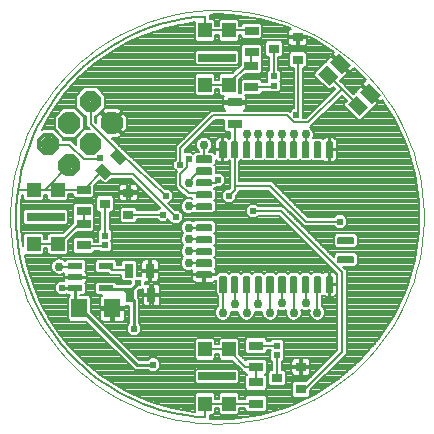
<source format=gtl>
G75*
G70*
%OFA0B0*%
%FSLAX24Y24*%
%IPPOS*%
%LPD*%
%AMOC8*
5,1,8,0,0,1.08239X$1,22.5*
%
%ADD10C,0.0000*%
%ADD11R,0.0315X0.0472*%
%ADD12R,0.0413X0.0551*%
%ADD13R,0.0354X0.0315*%
%ADD14C,0.0148*%
%ADD15R,0.0453X0.0516*%
%ADD16R,0.1260X0.0276*%
%ADD17R,0.0472X0.0315*%
%ADD18C,0.0059*%
%ADD19R,0.0472X0.0217*%
%ADD20R,0.0551X0.0630*%
%ADD21C,0.0300*%
%ADD22R,0.0236X0.0197*%
%ADD23C,0.0080*%
%ADD24C,0.0240*%
%ADD25C,0.0100*%
D10*
X007353Y002892D02*
X007686Y002900D01*
X008018Y002924D01*
X008349Y002964D01*
X008677Y003020D01*
X009002Y003092D01*
X009323Y003180D01*
X009640Y003283D01*
X009951Y003401D01*
X010256Y003534D01*
X010555Y003681D01*
X010846Y003843D01*
X011129Y004019D01*
X011403Y004208D01*
X011667Y004410D01*
X011922Y004625D01*
X012166Y004852D01*
X012398Y005090D01*
X012619Y005339D01*
X012828Y005599D01*
X013023Y005868D01*
X013206Y006147D01*
X013375Y006434D01*
X013529Y006728D01*
X013670Y007030D01*
X013795Y007339D01*
X013906Y007653D01*
X014001Y007972D01*
X014081Y008295D01*
X014145Y008622D01*
X014193Y008952D01*
X014225Y009283D01*
X014241Y009616D01*
X014241Y009948D01*
X014225Y010281D01*
X014193Y010612D01*
X014145Y010942D01*
X014081Y011269D01*
X014001Y011592D01*
X013906Y011911D01*
X013795Y012225D01*
X013670Y012534D01*
X013529Y012836D01*
X013375Y013130D01*
X013206Y013417D01*
X013023Y013696D01*
X012828Y013965D01*
X012619Y014225D01*
X012398Y014474D01*
X012166Y014712D01*
X011922Y014939D01*
X011667Y015154D01*
X011403Y015356D01*
X011129Y015545D01*
X010846Y015721D01*
X010555Y015883D01*
X010256Y016030D01*
X009951Y016163D01*
X009640Y016281D01*
X009323Y016384D01*
X009002Y016472D01*
X008677Y016544D01*
X008349Y016600D01*
X008018Y016640D01*
X007686Y016664D01*
X007353Y016672D01*
X007020Y016664D01*
X006688Y016640D01*
X006357Y016600D01*
X006029Y016544D01*
X005704Y016472D01*
X005383Y016384D01*
X005066Y016281D01*
X004755Y016163D01*
X004450Y016030D01*
X004151Y015883D01*
X003860Y015721D01*
X003577Y015545D01*
X003303Y015356D01*
X003039Y015154D01*
X002784Y014939D01*
X002540Y014712D01*
X002308Y014474D01*
X002087Y014225D01*
X001878Y013965D01*
X001683Y013696D01*
X001500Y013417D01*
X001331Y013130D01*
X001177Y012836D01*
X001036Y012534D01*
X000911Y012225D01*
X000800Y011911D01*
X000705Y011592D01*
X000625Y011269D01*
X000561Y010942D01*
X000513Y010612D01*
X000481Y010281D01*
X000465Y009948D01*
X000465Y009616D01*
X000481Y009283D01*
X000513Y008952D01*
X000561Y008622D01*
X000625Y008295D01*
X000705Y007972D01*
X000800Y007653D01*
X000911Y007339D01*
X001036Y007030D01*
X001177Y006728D01*
X001331Y006434D01*
X001500Y006147D01*
X001683Y005868D01*
X001878Y005599D01*
X002087Y005339D01*
X002308Y005090D01*
X002540Y004852D01*
X002784Y004625D01*
X003039Y004410D01*
X003303Y004208D01*
X003577Y004019D01*
X003860Y003843D01*
X004151Y003681D01*
X004450Y003534D01*
X004755Y003401D01*
X005066Y003283D01*
X005383Y003180D01*
X005704Y003092D01*
X006029Y003020D01*
X006357Y002964D01*
X006688Y002924D01*
X007020Y002900D01*
X007353Y002892D01*
D11*
X005168Y007184D03*
X004460Y007184D03*
X004420Y007991D03*
X005129Y007991D03*
G36*
X003290Y011355D02*
X003512Y011577D01*
X003844Y011245D01*
X003622Y011023D01*
X003290Y011355D01*
G37*
G36*
X003791Y011856D02*
X004013Y012078D01*
X004345Y011746D01*
X004123Y011524D01*
X003791Y011856D01*
G37*
D12*
G36*
X011400Y014443D02*
X011108Y014151D01*
X010720Y014539D01*
X011012Y014831D01*
X011400Y014443D01*
G37*
G36*
X011804Y014847D02*
X011512Y014555D01*
X011124Y014943D01*
X011416Y015235D01*
X011804Y014847D01*
G37*
G36*
X012806Y013845D02*
X012514Y013553D01*
X012126Y013941D01*
X012418Y014233D01*
X012806Y013845D01*
G37*
G36*
X012402Y013441D02*
X012110Y013149D01*
X011722Y013537D01*
X012014Y013829D01*
X012402Y013441D01*
G37*
D13*
X010042Y015023D03*
X009255Y015397D03*
X010042Y015771D03*
X004401Y010597D03*
X004401Y009849D03*
X003613Y010223D03*
X010149Y004782D03*
X009361Y004408D03*
X010149Y004034D03*
D14*
X002652Y011553D02*
X002726Y011627D01*
X002726Y011381D01*
X002554Y011209D01*
X002308Y011209D01*
X002136Y011381D01*
X002136Y011627D01*
X002308Y011799D01*
X002554Y011799D01*
X002726Y011627D01*
X002615Y011581D01*
X002615Y011427D01*
X002508Y011320D01*
X002354Y011320D01*
X002247Y011427D01*
X002247Y011581D01*
X002354Y011688D01*
X002508Y011688D01*
X002615Y011581D01*
X002504Y011535D01*
X002504Y011473D01*
X002462Y011431D01*
X002400Y011431D01*
X002358Y011473D01*
X002358Y011535D01*
X002400Y011577D01*
X002462Y011577D01*
X002504Y011535D01*
X003359Y012260D02*
X003433Y012334D01*
X003433Y012088D01*
X003261Y011916D01*
X003015Y011916D01*
X002843Y012088D01*
X002843Y012334D01*
X003015Y012506D01*
X003261Y012506D01*
X003433Y012334D01*
X003322Y012288D01*
X003322Y012134D01*
X003215Y012027D01*
X003061Y012027D01*
X002954Y012134D01*
X002954Y012288D01*
X003061Y012395D01*
X003215Y012395D01*
X003322Y012288D01*
X003211Y012242D01*
X003211Y012180D01*
X003169Y012138D01*
X003107Y012138D01*
X003065Y012180D01*
X003065Y012242D01*
X003107Y012284D01*
X003169Y012284D01*
X003211Y012242D01*
X004066Y012968D02*
X004140Y013042D01*
X004140Y012796D01*
X003968Y012624D01*
X003722Y012624D01*
X003550Y012796D01*
X003550Y013042D01*
X003722Y013214D01*
X003968Y013214D01*
X004140Y013042D01*
X004029Y012996D01*
X004029Y012842D01*
X003922Y012735D01*
X003768Y012735D01*
X003661Y012842D01*
X003661Y012996D01*
X003768Y013103D01*
X003922Y013103D01*
X004029Y012996D01*
X003918Y012950D01*
X003918Y012888D01*
X003876Y012846D01*
X003814Y012846D01*
X003772Y012888D01*
X003772Y012950D01*
X003814Y012992D01*
X003876Y012992D01*
X003918Y012950D01*
X003359Y013675D02*
X003433Y013749D01*
X003433Y013503D01*
X003261Y013331D01*
X003015Y013331D01*
X002843Y013503D01*
X002843Y013749D01*
X003015Y013921D01*
X003261Y013921D01*
X003433Y013749D01*
X003322Y013703D01*
X003322Y013549D01*
X003215Y013442D01*
X003061Y013442D01*
X002954Y013549D01*
X002954Y013703D01*
X003061Y013810D01*
X003215Y013810D01*
X003322Y013703D01*
X003211Y013657D01*
X003211Y013595D01*
X003169Y013553D01*
X003107Y013553D01*
X003065Y013595D01*
X003065Y013657D01*
X003107Y013699D01*
X003169Y013699D01*
X003211Y013657D01*
X002652Y012968D02*
X002726Y013042D01*
X002726Y012796D01*
X002554Y012624D01*
X002308Y012624D01*
X002136Y012796D01*
X002136Y013042D01*
X002308Y013214D01*
X002554Y013214D01*
X002726Y013042D01*
X002615Y012996D01*
X002615Y012842D01*
X002508Y012735D01*
X002354Y012735D01*
X002247Y012842D01*
X002247Y012996D01*
X002354Y013103D01*
X002508Y013103D01*
X002615Y012996D01*
X002504Y012950D01*
X002504Y012888D01*
X002462Y012846D01*
X002400Y012846D01*
X002358Y012888D01*
X002358Y012950D01*
X002400Y012992D01*
X002462Y012992D01*
X002504Y012950D01*
X001944Y012260D02*
X002018Y012334D01*
X002018Y012088D01*
X001846Y011916D01*
X001600Y011916D01*
X001428Y012088D01*
X001428Y012334D01*
X001600Y012506D01*
X001846Y012506D01*
X002018Y012334D01*
X001907Y012288D01*
X001907Y012134D01*
X001800Y012027D01*
X001646Y012027D01*
X001539Y012134D01*
X001539Y012288D01*
X001646Y012395D01*
X001800Y012395D01*
X001907Y012288D01*
X001796Y012242D01*
X001796Y012180D01*
X001754Y012138D01*
X001692Y012138D01*
X001650Y012180D01*
X001650Y012242D01*
X001692Y012284D01*
X001754Y012284D01*
X001796Y012242D01*
D15*
X002048Y010688D03*
X001241Y010688D03*
X001241Y008877D03*
X002048Y008877D03*
X006950Y005373D03*
X007757Y005373D03*
X007757Y003562D03*
X006950Y003562D03*
X006950Y014192D03*
X007757Y014192D03*
X007757Y016003D03*
X006950Y016003D03*
D16*
X007353Y015097D03*
X001645Y009782D03*
X007353Y004467D03*
D17*
X008653Y004271D03*
X008653Y004782D03*
X008653Y005491D03*
X008653Y003562D03*
X002912Y008834D03*
X002912Y009542D03*
X002905Y009979D03*
X002905Y010688D03*
X007944Y012893D03*
X007944Y013601D03*
X008495Y014121D03*
X008495Y014830D03*
X008515Y015271D03*
X008515Y015979D03*
D18*
X008249Y012272D02*
X008249Y011780D01*
X008249Y012272D02*
X008427Y012272D01*
X008427Y011780D01*
X008249Y011780D01*
X008249Y011838D02*
X008427Y011838D01*
X008427Y011896D02*
X008249Y011896D01*
X008249Y011954D02*
X008427Y011954D01*
X008427Y012012D02*
X008249Y012012D01*
X008249Y012070D02*
X008427Y012070D01*
X008427Y012128D02*
X008249Y012128D01*
X008249Y012186D02*
X008427Y012186D01*
X008427Y012244D02*
X008249Y012244D01*
X007855Y012272D02*
X007855Y011780D01*
X007855Y012272D02*
X008033Y012272D01*
X008033Y011780D01*
X007855Y011780D01*
X007855Y011838D02*
X008033Y011838D01*
X008033Y011896D02*
X007855Y011896D01*
X007855Y011954D02*
X008033Y011954D01*
X008033Y012012D02*
X007855Y012012D01*
X007855Y012070D02*
X008033Y012070D01*
X008033Y012128D02*
X007855Y012128D01*
X007855Y012186D02*
X008033Y012186D01*
X008033Y012244D02*
X007855Y012244D01*
X007461Y012272D02*
X007461Y011780D01*
X007461Y012272D02*
X007639Y012272D01*
X007639Y011780D01*
X007461Y011780D01*
X007461Y011838D02*
X007639Y011838D01*
X007639Y011896D02*
X007461Y011896D01*
X007461Y011954D02*
X007639Y011954D01*
X007639Y012012D02*
X007461Y012012D01*
X007461Y012070D02*
X007639Y012070D01*
X007639Y012128D02*
X007461Y012128D01*
X007461Y012186D02*
X007639Y012186D01*
X007639Y012244D02*
X007461Y012244D01*
X007166Y011622D02*
X006674Y011622D01*
X006674Y011800D01*
X007166Y011800D01*
X007166Y011622D01*
X007166Y011680D02*
X006674Y011680D01*
X006674Y011738D02*
X007166Y011738D01*
X007166Y011796D02*
X006674Y011796D01*
X006674Y011229D02*
X007166Y011229D01*
X006674Y011229D02*
X006674Y011407D01*
X007166Y011407D01*
X007166Y011229D01*
X007166Y011287D02*
X006674Y011287D01*
X006674Y011345D02*
X007166Y011345D01*
X007166Y011403D02*
X006674Y011403D01*
X006674Y010835D02*
X007166Y010835D01*
X006674Y010835D02*
X006674Y011013D01*
X007166Y011013D01*
X007166Y010835D01*
X007166Y010893D02*
X006674Y010893D01*
X006674Y010951D02*
X007166Y010951D01*
X007166Y011009D02*
X006674Y011009D01*
X006674Y010441D02*
X007166Y010441D01*
X006674Y010441D02*
X006674Y010619D01*
X007166Y010619D01*
X007166Y010441D01*
X007166Y010499D02*
X006674Y010499D01*
X006674Y010557D02*
X007166Y010557D01*
X007166Y010615D02*
X006674Y010615D01*
X006674Y010048D02*
X007166Y010048D01*
X006674Y010048D02*
X006674Y010226D01*
X007166Y010226D01*
X007166Y010048D01*
X007166Y010106D02*
X006674Y010106D01*
X006674Y010164D02*
X007166Y010164D01*
X007166Y010222D02*
X006674Y010222D01*
X006674Y009339D02*
X007166Y009339D01*
X006674Y009339D02*
X006674Y009517D01*
X007166Y009517D01*
X007166Y009339D01*
X007166Y009397D02*
X006674Y009397D01*
X006674Y009455D02*
X007166Y009455D01*
X007166Y009513D02*
X006674Y009513D01*
X006674Y008945D02*
X007166Y008945D01*
X006674Y008945D02*
X006674Y009123D01*
X007166Y009123D01*
X007166Y008945D01*
X007166Y009003D02*
X006674Y009003D01*
X006674Y009061D02*
X007166Y009061D01*
X007166Y009119D02*
X006674Y009119D01*
X006674Y008552D02*
X007166Y008552D01*
X006674Y008552D02*
X006674Y008730D01*
X007166Y008730D01*
X007166Y008552D01*
X007166Y008610D02*
X006674Y008610D01*
X006674Y008668D02*
X007166Y008668D01*
X007166Y008726D02*
X006674Y008726D01*
X006674Y008158D02*
X007166Y008158D01*
X006674Y008158D02*
X006674Y008336D01*
X007166Y008336D01*
X007166Y008158D01*
X007166Y008216D02*
X006674Y008216D01*
X006674Y008274D02*
X007166Y008274D01*
X007166Y008332D02*
X006674Y008332D01*
X006674Y007764D02*
X007166Y007764D01*
X006674Y007764D02*
X006674Y007942D01*
X007166Y007942D01*
X007166Y007764D01*
X007166Y007822D02*
X006674Y007822D01*
X006674Y007880D02*
X007166Y007880D01*
X007166Y007938D02*
X006674Y007938D01*
X007639Y007784D02*
X007639Y007292D01*
X007461Y007292D01*
X007461Y007784D01*
X007639Y007784D01*
X007639Y007350D02*
X007461Y007350D01*
X007461Y007408D02*
X007639Y007408D01*
X007639Y007466D02*
X007461Y007466D01*
X007461Y007524D02*
X007639Y007524D01*
X007639Y007582D02*
X007461Y007582D01*
X007461Y007640D02*
X007639Y007640D01*
X007639Y007698D02*
X007461Y007698D01*
X007461Y007756D02*
X007639Y007756D01*
X008033Y007784D02*
X008033Y007292D01*
X007855Y007292D01*
X007855Y007784D01*
X008033Y007784D01*
X008033Y007350D02*
X007855Y007350D01*
X007855Y007408D02*
X008033Y007408D01*
X008033Y007466D02*
X007855Y007466D01*
X007855Y007524D02*
X008033Y007524D01*
X008033Y007582D02*
X007855Y007582D01*
X007855Y007640D02*
X008033Y007640D01*
X008033Y007698D02*
X007855Y007698D01*
X007855Y007756D02*
X008033Y007756D01*
X008427Y007784D02*
X008427Y007292D01*
X008249Y007292D01*
X008249Y007784D01*
X008427Y007784D01*
X008427Y007350D02*
X008249Y007350D01*
X008249Y007408D02*
X008427Y007408D01*
X008427Y007466D02*
X008249Y007466D01*
X008249Y007524D02*
X008427Y007524D01*
X008427Y007582D02*
X008249Y007582D01*
X008249Y007640D02*
X008427Y007640D01*
X008427Y007698D02*
X008249Y007698D01*
X008249Y007756D02*
X008427Y007756D01*
X008820Y007784D02*
X008820Y007292D01*
X008642Y007292D01*
X008642Y007784D01*
X008820Y007784D01*
X008820Y007350D02*
X008642Y007350D01*
X008642Y007408D02*
X008820Y007408D01*
X008820Y007466D02*
X008642Y007466D01*
X008642Y007524D02*
X008820Y007524D01*
X008820Y007582D02*
X008642Y007582D01*
X008642Y007640D02*
X008820Y007640D01*
X008820Y007698D02*
X008642Y007698D01*
X008642Y007756D02*
X008820Y007756D01*
X009214Y007784D02*
X009214Y007292D01*
X009036Y007292D01*
X009036Y007784D01*
X009214Y007784D01*
X009214Y007350D02*
X009036Y007350D01*
X009036Y007408D02*
X009214Y007408D01*
X009214Y007466D02*
X009036Y007466D01*
X009036Y007524D02*
X009214Y007524D01*
X009214Y007582D02*
X009036Y007582D01*
X009036Y007640D02*
X009214Y007640D01*
X009214Y007698D02*
X009036Y007698D01*
X009036Y007756D02*
X009214Y007756D01*
X009608Y007784D02*
X009608Y007292D01*
X009430Y007292D01*
X009430Y007784D01*
X009608Y007784D01*
X009608Y007350D02*
X009430Y007350D01*
X009430Y007408D02*
X009608Y007408D01*
X009608Y007466D02*
X009430Y007466D01*
X009430Y007524D02*
X009608Y007524D01*
X009608Y007582D02*
X009430Y007582D01*
X009430Y007640D02*
X009608Y007640D01*
X009608Y007698D02*
X009430Y007698D01*
X009430Y007756D02*
X009608Y007756D01*
X010001Y007784D02*
X010001Y007292D01*
X009823Y007292D01*
X009823Y007784D01*
X010001Y007784D01*
X010001Y007350D02*
X009823Y007350D01*
X009823Y007408D02*
X010001Y007408D01*
X010001Y007466D02*
X009823Y007466D01*
X009823Y007524D02*
X010001Y007524D01*
X010001Y007582D02*
X009823Y007582D01*
X009823Y007640D02*
X010001Y007640D01*
X010001Y007698D02*
X009823Y007698D01*
X009823Y007756D02*
X010001Y007756D01*
X010395Y007784D02*
X010395Y007292D01*
X010217Y007292D01*
X010217Y007784D01*
X010395Y007784D01*
X010395Y007350D02*
X010217Y007350D01*
X010217Y007408D02*
X010395Y007408D01*
X010395Y007466D02*
X010217Y007466D01*
X010217Y007524D02*
X010395Y007524D01*
X010395Y007582D02*
X010217Y007582D01*
X010217Y007640D02*
X010395Y007640D01*
X010395Y007698D02*
X010217Y007698D01*
X010217Y007756D02*
X010395Y007756D01*
X010789Y007784D02*
X010789Y007292D01*
X010611Y007292D01*
X010611Y007784D01*
X010789Y007784D01*
X010789Y007350D02*
X010611Y007350D01*
X010611Y007408D02*
X010789Y007408D01*
X010789Y007466D02*
X010611Y007466D01*
X010611Y007524D02*
X010789Y007524D01*
X010789Y007582D02*
X010611Y007582D01*
X010611Y007640D02*
X010789Y007640D01*
X010789Y007698D02*
X010611Y007698D01*
X010611Y007756D02*
X010789Y007756D01*
X011183Y007784D02*
X011183Y007292D01*
X011005Y007292D01*
X011005Y007784D01*
X011183Y007784D01*
X011183Y007350D02*
X011005Y007350D01*
X011005Y007408D02*
X011183Y007408D01*
X011183Y007466D02*
X011005Y007466D01*
X011005Y007524D02*
X011183Y007524D01*
X011183Y007582D02*
X011005Y007582D01*
X011005Y007640D02*
X011183Y007640D01*
X011183Y007698D02*
X011005Y007698D01*
X011005Y007756D02*
X011183Y007756D01*
X011399Y008454D02*
X011891Y008454D01*
X011891Y008276D01*
X011399Y008276D01*
X011399Y008454D01*
X011399Y008334D02*
X011891Y008334D01*
X011891Y008392D02*
X011399Y008392D01*
X011399Y008450D02*
X011891Y008450D01*
X011891Y009084D02*
X011399Y009084D01*
X011891Y009084D02*
X011891Y008906D01*
X011399Y008906D01*
X011399Y009084D01*
X011399Y008964D02*
X011891Y008964D01*
X011891Y009022D02*
X011399Y009022D01*
X011399Y009080D02*
X011891Y009080D01*
X011005Y011780D02*
X011005Y012272D01*
X011183Y012272D01*
X011183Y011780D01*
X011005Y011780D01*
X011005Y011838D02*
X011183Y011838D01*
X011183Y011896D02*
X011005Y011896D01*
X011005Y011954D02*
X011183Y011954D01*
X011183Y012012D02*
X011005Y012012D01*
X011005Y012070D02*
X011183Y012070D01*
X011183Y012128D02*
X011005Y012128D01*
X011005Y012186D02*
X011183Y012186D01*
X011183Y012244D02*
X011005Y012244D01*
X010611Y012272D02*
X010611Y011780D01*
X010611Y012272D02*
X010789Y012272D01*
X010789Y011780D01*
X010611Y011780D01*
X010611Y011838D02*
X010789Y011838D01*
X010789Y011896D02*
X010611Y011896D01*
X010611Y011954D02*
X010789Y011954D01*
X010789Y012012D02*
X010611Y012012D01*
X010611Y012070D02*
X010789Y012070D01*
X010789Y012128D02*
X010611Y012128D01*
X010611Y012186D02*
X010789Y012186D01*
X010789Y012244D02*
X010611Y012244D01*
X010217Y012272D02*
X010217Y011780D01*
X010217Y012272D02*
X010395Y012272D01*
X010395Y011780D01*
X010217Y011780D01*
X010217Y011838D02*
X010395Y011838D01*
X010395Y011896D02*
X010217Y011896D01*
X010217Y011954D02*
X010395Y011954D01*
X010395Y012012D02*
X010217Y012012D01*
X010217Y012070D02*
X010395Y012070D01*
X010395Y012128D02*
X010217Y012128D01*
X010217Y012186D02*
X010395Y012186D01*
X010395Y012244D02*
X010217Y012244D01*
X009823Y012272D02*
X009823Y011780D01*
X009823Y012272D02*
X010001Y012272D01*
X010001Y011780D01*
X009823Y011780D01*
X009823Y011838D02*
X010001Y011838D01*
X010001Y011896D02*
X009823Y011896D01*
X009823Y011954D02*
X010001Y011954D01*
X010001Y012012D02*
X009823Y012012D01*
X009823Y012070D02*
X010001Y012070D01*
X010001Y012128D02*
X009823Y012128D01*
X009823Y012186D02*
X010001Y012186D01*
X010001Y012244D02*
X009823Y012244D01*
X009430Y012272D02*
X009430Y011780D01*
X009430Y012272D02*
X009608Y012272D01*
X009608Y011780D01*
X009430Y011780D01*
X009430Y011838D02*
X009608Y011838D01*
X009608Y011896D02*
X009430Y011896D01*
X009430Y011954D02*
X009608Y011954D01*
X009608Y012012D02*
X009430Y012012D01*
X009430Y012070D02*
X009608Y012070D01*
X009608Y012128D02*
X009430Y012128D01*
X009430Y012186D02*
X009608Y012186D01*
X009608Y012244D02*
X009430Y012244D01*
X009036Y012272D02*
X009036Y011780D01*
X009036Y012272D02*
X009214Y012272D01*
X009214Y011780D01*
X009036Y011780D01*
X009036Y011838D02*
X009214Y011838D01*
X009214Y011896D02*
X009036Y011896D01*
X009036Y011954D02*
X009214Y011954D01*
X009214Y012012D02*
X009036Y012012D01*
X009036Y012070D02*
X009214Y012070D01*
X009214Y012128D02*
X009036Y012128D01*
X009036Y012186D02*
X009214Y012186D01*
X009214Y012244D02*
X009036Y012244D01*
X008642Y012272D02*
X008642Y011780D01*
X008642Y012272D02*
X008820Y012272D01*
X008820Y011780D01*
X008642Y011780D01*
X008642Y011838D02*
X008820Y011838D01*
X008820Y011896D02*
X008642Y011896D01*
X008642Y011954D02*
X008820Y011954D01*
X008820Y012012D02*
X008642Y012012D01*
X008642Y012070D02*
X008820Y012070D01*
X008820Y012128D02*
X008642Y012128D01*
X008642Y012186D02*
X008820Y012186D01*
X008820Y012244D02*
X008642Y012244D01*
D19*
X003653Y008149D03*
X003653Y007400D03*
X002629Y007400D03*
X002629Y007774D03*
X002629Y008149D03*
D20*
X002767Y006731D03*
X003869Y006731D03*
D21*
X002097Y008129D03*
X006409Y008247D03*
X006409Y008641D03*
X006409Y009034D03*
X006409Y009428D03*
X006409Y010137D03*
X006409Y010924D03*
X006920Y012184D03*
X008338Y012538D03*
X008731Y012538D03*
X009125Y012538D03*
X009519Y012538D03*
X009912Y012538D03*
X010306Y012538D03*
X010306Y006908D03*
X009912Y006593D03*
X009519Y006908D03*
X009125Y006593D03*
X008731Y006869D03*
X008338Y006593D03*
X007944Y006869D03*
X007550Y006593D03*
X010700Y006593D03*
D22*
X009361Y005496D03*
X009361Y005171D03*
X003613Y008833D03*
X003613Y009157D03*
X009243Y014148D03*
X009243Y014472D03*
D23*
X004469Y003919D02*
X005153Y003630D01*
X005866Y003420D01*
X006597Y003292D01*
X006605Y003291D01*
X006605Y003869D01*
X006674Y003938D01*
X007225Y003938D01*
X007295Y003869D01*
X007295Y003721D01*
X007412Y003721D01*
X007412Y003869D01*
X007481Y003938D01*
X008032Y003938D01*
X008102Y003869D01*
X008102Y003721D01*
X008298Y003721D01*
X008298Y003769D01*
X008367Y003838D01*
X008938Y003838D01*
X009008Y003769D01*
X009008Y003355D01*
X008938Y003286D01*
X008367Y003286D01*
X008298Y003355D01*
X008298Y003403D01*
X008102Y003403D01*
X008102Y003255D01*
X008032Y003185D01*
X007481Y003185D01*
X007412Y003255D01*
X007412Y003403D01*
X007295Y003403D01*
X007295Y003255D01*
X007225Y003185D01*
X007122Y003185D01*
X007122Y003185D01*
X007119Y003127D01*
X007118Y003124D01*
X007118Y003063D01*
X007115Y003059D01*
X007113Y003041D01*
X007353Y003033D01*
X007835Y003050D01*
X008788Y003187D01*
X009712Y003458D01*
X010369Y003758D01*
X009922Y003758D01*
X009853Y003828D01*
X009853Y004241D01*
X009922Y004311D01*
X010082Y004311D01*
X010083Y004311D01*
X010214Y004311D01*
X010293Y004311D01*
X010294Y004311D01*
X010318Y004311D01*
X011368Y005360D01*
X011368Y007866D01*
X009414Y009820D01*
X008733Y009820D01*
X008653Y009740D01*
X008455Y009740D01*
X008315Y009880D01*
X008315Y010078D01*
X008455Y010218D01*
X008653Y010218D01*
X008733Y010138D01*
X009414Y010138D01*
X009545Y010138D01*
X011250Y008433D01*
X011250Y008515D01*
X011337Y008602D01*
X011952Y008602D01*
X012039Y008515D01*
X012039Y008215D01*
X011952Y008128D01*
X011555Y008128D01*
X011592Y008091D01*
X011685Y007998D01*
X013846Y007998D01*
X013823Y007919D02*
X011685Y007919D01*
X011685Y007841D02*
X013800Y007841D01*
X013777Y007762D02*
X011685Y007762D01*
X011685Y007684D02*
X013754Y007684D01*
X013731Y007605D02*
X011685Y007605D01*
X011685Y007527D02*
X013708Y007527D01*
X013685Y007448D02*
X011685Y007448D01*
X011685Y007370D02*
X013653Y007370D01*
X013678Y007424D02*
X013278Y006548D01*
X012757Y005737D01*
X012126Y005010D01*
X011398Y004379D01*
X010588Y003858D01*
X010380Y003763D01*
X010445Y003828D01*
X010445Y003988D01*
X010465Y004008D01*
X011685Y005228D01*
X011685Y005360D01*
X011685Y007998D01*
X011607Y008076D02*
X013869Y008076D01*
X013892Y008155D02*
X011979Y008155D01*
X012039Y008234D02*
X013915Y008234D01*
X013939Y008312D02*
X012039Y008312D01*
X012039Y008391D02*
X013955Y008391D01*
X013949Y008348D02*
X013678Y007424D01*
X013617Y007291D02*
X011685Y007291D01*
X011685Y007212D02*
X013581Y007212D01*
X013545Y007134D02*
X011685Y007134D01*
X011685Y007055D02*
X013509Y007055D01*
X013474Y006977D02*
X011685Y006977D01*
X011685Y006898D02*
X013438Y006898D01*
X013402Y006820D02*
X011685Y006820D01*
X011685Y006741D02*
X013366Y006741D01*
X013330Y006663D02*
X011685Y006663D01*
X011685Y006584D02*
X013294Y006584D01*
X013251Y006506D02*
X011685Y006506D01*
X011685Y006427D02*
X013200Y006427D01*
X013150Y006349D02*
X011685Y006349D01*
X011685Y006270D02*
X013099Y006270D01*
X013049Y006191D02*
X011685Y006191D01*
X011685Y006113D02*
X012998Y006113D01*
X012948Y006034D02*
X011685Y006034D01*
X011685Y005956D02*
X012897Y005956D01*
X012847Y005877D02*
X011685Y005877D01*
X011685Y005799D02*
X012796Y005799D01*
X012742Y005720D02*
X011685Y005720D01*
X011685Y005642D02*
X012674Y005642D01*
X012606Y005563D02*
X011685Y005563D01*
X011685Y005485D02*
X012538Y005485D01*
X012470Y005406D02*
X011685Y005406D01*
X011685Y005327D02*
X012402Y005327D01*
X012334Y005249D02*
X011685Y005249D01*
X011627Y005170D02*
X012266Y005170D01*
X012197Y005092D02*
X011549Y005092D01*
X011470Y005013D02*
X012129Y005013D01*
X012040Y004935D02*
X011392Y004935D01*
X011313Y004856D02*
X011949Y004856D01*
X011859Y004778D02*
X011235Y004778D01*
X011156Y004699D02*
X011768Y004699D01*
X011677Y004621D02*
X011077Y004621D01*
X010999Y004542D02*
X011587Y004542D01*
X011496Y004463D02*
X010920Y004463D01*
X010842Y004385D02*
X011405Y004385D01*
X011286Y004306D02*
X010763Y004306D01*
X010685Y004228D02*
X011163Y004228D01*
X011041Y004149D02*
X010606Y004149D01*
X010528Y004071D02*
X010919Y004071D01*
X010797Y003992D02*
X010449Y003992D01*
X010445Y003914D02*
X010675Y003914D01*
X010538Y003835D02*
X010445Y003835D01*
X010366Y003757D02*
X009008Y003757D01*
X009008Y003678D02*
X010194Y003678D01*
X010022Y003599D02*
X009008Y003599D01*
X009008Y003521D02*
X009850Y003521D01*
X009659Y003442D02*
X009008Y003442D01*
X009008Y003364D02*
X009391Y003364D01*
X009124Y003285D02*
X008102Y003285D01*
X008102Y003364D02*
X008298Y003364D01*
X008054Y003207D02*
X008856Y003207D01*
X008653Y003562D02*
X007757Y003562D01*
X006950Y003562D01*
X006960Y003562D01*
X006960Y003129D01*
X006958Y003101D01*
X007119Y003128D02*
X008381Y003128D01*
X007833Y003050D02*
X007114Y003050D01*
X007247Y003207D02*
X007460Y003207D01*
X007412Y003285D02*
X007295Y003285D01*
X007295Y003364D02*
X007412Y003364D01*
X007412Y003757D02*
X007295Y003757D01*
X007295Y003835D02*
X007412Y003835D01*
X007457Y003914D02*
X007250Y003914D01*
X006649Y003914D02*
X004482Y003914D01*
X004469Y003919D02*
X004141Y004092D01*
X003779Y004312D01*
X003433Y004555D01*
X003433Y004555D01*
X003187Y004749D01*
X002951Y004954D01*
X002950Y004954D01*
X002930Y004973D01*
X002910Y004991D01*
X002910Y004992D01*
X002629Y005268D01*
X002365Y005562D01*
X002362Y005566D01*
X002329Y005605D01*
X002295Y005646D01*
X002293Y005649D01*
X002131Y005855D01*
X001833Y006287D01*
X001734Y006450D01*
X001736Y006458D01*
X001671Y006572D01*
X001664Y006574D01*
X001469Y006941D01*
X001113Y007846D01*
X000986Y008316D01*
X000945Y008521D01*
X000966Y008500D01*
X001517Y008500D01*
X001586Y008570D01*
X001586Y008734D01*
X001703Y008734D01*
X001703Y008570D01*
X001773Y008500D01*
X002324Y008500D01*
X002393Y008570D01*
X002393Y008968D01*
X002691Y009266D01*
X003198Y009266D01*
X003267Y009336D01*
X003267Y009749D01*
X003252Y009765D01*
X003259Y009773D01*
X003259Y010186D01*
X003190Y010255D01*
X002619Y010255D01*
X002550Y010186D01*
X002550Y009773D01*
X002565Y009757D01*
X002557Y009749D01*
X002557Y009581D01*
X002230Y009253D01*
X001773Y009253D01*
X001703Y009184D01*
X001703Y009051D01*
X001586Y009051D01*
X001586Y009184D01*
X001517Y009253D01*
X000966Y009253D01*
X000896Y009184D01*
X000896Y008828D01*
X000830Y009413D01*
X000819Y009782D01*
X000819Y009782D01*
X000834Y010227D01*
X000865Y010529D01*
X000896Y010529D01*
X000896Y010381D01*
X000966Y010311D01*
X001517Y010311D01*
X001586Y010381D01*
X001586Y010529D01*
X001703Y010529D01*
X001703Y010381D01*
X001773Y010311D01*
X002324Y010311D01*
X002393Y010381D01*
X002393Y010534D01*
X002550Y010534D01*
X002550Y010481D01*
X002619Y010412D01*
X003190Y010412D01*
X003259Y010481D01*
X003259Y010818D01*
X003459Y011018D01*
X003574Y010902D01*
X003672Y010902D01*
X003811Y011041D01*
X004492Y011041D01*
X005439Y010095D01*
X005363Y010020D01*
X004696Y010020D01*
X004696Y010056D01*
X004627Y010125D01*
X004174Y010125D01*
X004105Y010056D01*
X004105Y009643D01*
X004174Y009573D01*
X004627Y009573D01*
X004696Y009643D01*
X004696Y009702D01*
X005363Y009702D01*
X005443Y009622D01*
X005641Y009622D01*
X005737Y009718D01*
X005737Y009683D01*
X005877Y009544D01*
X006074Y009544D01*
X006214Y009683D01*
X006214Y009881D01*
X006074Y010021D01*
X005961Y010021D01*
X005730Y010252D01*
X005759Y010252D01*
X005899Y010392D01*
X005899Y010590D01*
X006164Y010590D01*
X006085Y010668D02*
X005821Y010668D01*
X005759Y010730D02*
X005899Y010590D01*
X005899Y010511D02*
X006242Y010511D01*
X006321Y010433D02*
X005899Y010433D01*
X005861Y010354D02*
X006246Y010354D01*
X006256Y010364D02*
X006181Y010289D01*
X006140Y010190D01*
X006140Y010083D01*
X006181Y009984D01*
X006256Y009909D01*
X006355Y009868D01*
X006462Y009868D01*
X006561Y009909D01*
X006582Y009930D01*
X006613Y009900D01*
X007228Y009900D01*
X007315Y009987D01*
X007315Y010287D01*
X007268Y010334D01*
X007315Y010380D01*
X007315Y010680D01*
X007268Y010727D01*
X007305Y010764D01*
X007492Y010764D01*
X007631Y010904D01*
X007785Y010904D01*
X007785Y010872D02*
X007785Y010754D01*
X007761Y010730D01*
X007648Y010730D01*
X007508Y010590D01*
X007315Y010590D01*
X007315Y010668D02*
X007587Y010668D01*
X007508Y010590D02*
X007508Y010392D01*
X007648Y010252D01*
X007846Y010252D01*
X007986Y010392D01*
X007986Y010505D01*
X008010Y010529D01*
X008103Y010622D01*
X008103Y010647D01*
X009059Y010647D01*
X010240Y009466D01*
X010372Y009466D01*
X011269Y009466D01*
X011349Y009386D01*
X011547Y009386D01*
X011687Y009526D01*
X011687Y009724D01*
X011547Y009864D01*
X011349Y009864D01*
X011269Y009784D01*
X010372Y009784D01*
X009284Y010872D01*
X009191Y010965D01*
X008103Y010965D01*
X008103Y011641D01*
X008141Y011679D01*
X008188Y011632D01*
X008488Y011632D01*
X008534Y011679D01*
X008581Y011632D01*
X008881Y011632D01*
X008928Y011679D01*
X008975Y011632D01*
X009275Y011632D01*
X009322Y011679D01*
X009369Y011632D01*
X009669Y011632D01*
X009716Y011679D01*
X009762Y011632D01*
X010062Y011632D01*
X010109Y011679D01*
X010156Y011632D01*
X010456Y011632D01*
X010503Y011679D01*
X010550Y011632D01*
X010850Y011632D01*
X010882Y011664D01*
X010901Y011645D01*
X010939Y011622D01*
X010983Y011611D01*
X011074Y011611D01*
X011113Y011611D01*
X011204Y011611D01*
X011248Y011622D01*
X011286Y011645D01*
X011318Y011676D01*
X011340Y011715D01*
X011352Y011758D01*
X011352Y012007D01*
X011113Y012007D01*
X011113Y012046D01*
X011074Y012046D01*
X011074Y012442D01*
X010983Y012442D01*
X010939Y012430D01*
X010901Y012408D01*
X010882Y012389D01*
X010850Y012421D01*
X010550Y012421D01*
X010547Y012418D01*
X010575Y012485D01*
X010575Y012592D01*
X010534Y012690D01*
X010458Y012766D01*
X010441Y012773D01*
X010451Y012773D01*
X011507Y013830D01*
X011676Y013660D01*
X011602Y013587D01*
X011602Y013488D01*
X012062Y013029D01*
X012160Y013029D01*
X012522Y013391D01*
X012522Y013411D01*
X012533Y013411D01*
X012568Y013421D01*
X012600Y013439D01*
X012731Y013570D01*
X012466Y013836D01*
X012522Y013892D01*
X012788Y013627D01*
X012847Y013686D01*
X013278Y013017D01*
X013678Y012141D01*
X013949Y011217D01*
X014086Y010264D01*
X014086Y009301D01*
X013949Y008348D01*
X013966Y008469D02*
X012039Y008469D01*
X012006Y008548D02*
X013978Y008548D01*
X013989Y008626D02*
X011057Y008626D01*
X011135Y008548D02*
X011283Y008548D01*
X011250Y008469D02*
X011214Y008469D01*
X011001Y008234D02*
X007315Y008234D01*
X007315Y008312D02*
X010922Y008312D01*
X010843Y008391D02*
X007315Y008391D01*
X007315Y008397D02*
X007268Y008444D01*
X007315Y008491D01*
X007315Y008791D01*
X007268Y008837D01*
X007315Y008884D01*
X007315Y009184D01*
X007268Y009231D01*
X007315Y009278D01*
X007315Y009578D01*
X007228Y009665D01*
X006613Y009665D01*
X006582Y009634D01*
X006561Y009656D01*
X006462Y009697D01*
X006355Y009697D01*
X006256Y009656D01*
X006181Y009580D01*
X006140Y009481D01*
X006140Y009375D01*
X006181Y009276D01*
X006225Y009231D01*
X006181Y009187D01*
X006140Y009088D01*
X006140Y008981D01*
X006181Y008882D01*
X006225Y008837D01*
X006181Y008793D01*
X006140Y008694D01*
X006140Y008587D01*
X006181Y008488D01*
X006225Y008444D01*
X006181Y008399D01*
X006140Y008300D01*
X006140Y008193D01*
X006181Y008095D01*
X006256Y008019D01*
X006355Y007978D01*
X006462Y007978D01*
X006514Y008000D01*
X006505Y007964D01*
X006505Y007872D01*
X006901Y007872D01*
X006901Y007834D01*
X006505Y007834D01*
X006505Y007742D01*
X006516Y007699D01*
X006539Y007661D01*
X006570Y007629D01*
X006609Y007607D01*
X006652Y007595D01*
X006901Y007595D01*
X006901Y007834D01*
X006939Y007834D01*
X006939Y007595D01*
X007189Y007595D01*
X007232Y007607D01*
X007270Y007629D01*
X007302Y007661D01*
X007313Y007680D01*
X007313Y007231D01*
X007391Y007153D01*
X007391Y006815D01*
X007322Y006746D01*
X007281Y006647D01*
X007281Y006540D01*
X007322Y006441D01*
X007398Y006366D01*
X007497Y006325D01*
X007604Y006325D01*
X007702Y006366D01*
X007778Y006441D01*
X007819Y006540D01*
X007819Y006630D01*
X007890Y006600D01*
X007997Y006600D01*
X008069Y006630D01*
X008069Y006540D01*
X008110Y006441D01*
X008185Y006366D01*
X008284Y006325D01*
X008391Y006325D01*
X008490Y006366D01*
X008565Y006441D01*
X008606Y006540D01*
X008606Y006630D01*
X008678Y006600D01*
X008785Y006600D01*
X008856Y006630D01*
X008856Y006540D01*
X008897Y006441D01*
X008973Y006366D01*
X009072Y006325D01*
X009179Y006325D01*
X009277Y006366D01*
X009353Y006441D01*
X009394Y006540D01*
X009394Y006647D01*
X009383Y006674D01*
X009465Y006640D01*
X009572Y006640D01*
X009655Y006674D01*
X009644Y006647D01*
X009644Y006540D01*
X009685Y006441D01*
X009760Y006366D01*
X009859Y006325D01*
X009966Y006325D01*
X010065Y006366D01*
X010140Y006441D01*
X010181Y006540D01*
X010181Y006647D01*
X010170Y006674D01*
X010253Y006640D01*
X010360Y006640D01*
X010442Y006674D01*
X010431Y006647D01*
X010431Y006540D01*
X010472Y006441D01*
X010548Y006366D01*
X010646Y006325D01*
X010753Y006325D01*
X010852Y006366D01*
X010928Y006441D01*
X010969Y006540D01*
X010969Y006647D01*
X010928Y006746D01*
X010859Y006815D01*
X010859Y007153D01*
X010882Y007176D01*
X010901Y007157D01*
X010939Y007134D01*
X010983Y007123D01*
X011074Y007123D01*
X011074Y007519D01*
X011113Y007519D01*
X011113Y007557D01*
X011352Y007557D01*
X011352Y007807D01*
X011340Y007850D01*
X011318Y007888D01*
X011286Y007920D01*
X011248Y007942D01*
X011204Y007954D01*
X011113Y007954D01*
X011113Y007558D01*
X011074Y007558D01*
X011074Y007954D01*
X010983Y007954D01*
X010939Y007942D01*
X010901Y007920D01*
X010882Y007901D01*
X010850Y007933D01*
X010550Y007933D01*
X010503Y007886D01*
X010456Y007933D01*
X010156Y007933D01*
X010109Y007886D01*
X010062Y007933D01*
X009762Y007933D01*
X009716Y007886D01*
X009669Y007933D01*
X009369Y007933D01*
X009322Y007886D01*
X009275Y007933D01*
X008975Y007933D01*
X008928Y007886D01*
X008881Y007933D01*
X008581Y007933D01*
X008534Y007886D01*
X008488Y007933D01*
X008188Y007933D01*
X008141Y007886D01*
X008094Y007933D01*
X007794Y007933D01*
X007747Y007886D01*
X007700Y007933D01*
X007400Y007933D01*
X007313Y007846D01*
X007313Y007834D01*
X006940Y007834D01*
X006940Y007872D01*
X007336Y007872D01*
X007336Y007964D01*
X007324Y008007D01*
X007302Y008046D01*
X007283Y008065D01*
X007315Y008097D01*
X007315Y008397D01*
X007293Y008469D02*
X010765Y008469D01*
X010686Y008548D02*
X007315Y008548D01*
X007315Y008626D02*
X010608Y008626D01*
X010529Y008705D02*
X007315Y008705D01*
X007315Y008783D02*
X010451Y008783D01*
X010372Y008862D02*
X007292Y008862D01*
X007315Y008940D02*
X010294Y008940D01*
X010215Y009019D02*
X007315Y009019D01*
X007315Y009098D02*
X010137Y009098D01*
X010058Y009176D02*
X007315Y009176D01*
X007291Y009255D02*
X009979Y009255D01*
X009901Y009333D02*
X007315Y009333D01*
X007315Y009412D02*
X009822Y009412D01*
X009744Y009490D02*
X007315Y009490D01*
X007315Y009569D02*
X009665Y009569D01*
X009587Y009647D02*
X007245Y009647D01*
X002170Y005549D02*
X002244Y005460D01*
X002364Y005563D02*
X003736Y005563D01*
X003814Y005485D02*
X002435Y005485D01*
X002505Y005406D02*
X003893Y005406D01*
X003971Y005327D02*
X002576Y005327D01*
X002649Y005249D02*
X004050Y005249D01*
X004128Y005170D02*
X002729Y005170D01*
X002808Y005092D02*
X004207Y005092D01*
X004285Y005013D02*
X002888Y005013D01*
X002950Y004954D02*
X002950Y004954D01*
X002973Y004935D02*
X004364Y004935D01*
X004442Y004856D02*
X003063Y004856D01*
X003154Y004778D02*
X004521Y004778D01*
X004600Y004699D02*
X003250Y004699D01*
X003350Y004621D02*
X006605Y004621D01*
X006605Y004654D02*
X006605Y004280D01*
X006674Y004211D01*
X008032Y004211D01*
X008102Y004280D01*
X008102Y004654D01*
X008032Y004724D01*
X006674Y004724D01*
X006605Y004654D01*
X006649Y004699D02*
X005403Y004699D01*
X005466Y004762D02*
X005466Y004960D01*
X005326Y005100D01*
X005129Y005100D01*
X005059Y005030D01*
X004746Y005030D01*
X003161Y006615D01*
X003161Y007095D01*
X003092Y007165D01*
X002798Y007165D01*
X002798Y007173D01*
X002914Y007173D01*
X002984Y007243D01*
X002984Y007558D01*
X002969Y007572D01*
X002977Y007580D01*
X002996Y007612D01*
X003005Y007648D01*
X003005Y007760D01*
X002643Y007760D01*
X002643Y007789D01*
X003005Y007789D01*
X003005Y007901D01*
X002996Y007937D01*
X002977Y007969D01*
X002969Y007977D01*
X002984Y007991D01*
X002984Y008306D01*
X002914Y008375D01*
X002344Y008375D01*
X002287Y008319D01*
X002250Y008357D01*
X002151Y008398D01*
X002044Y008398D01*
X001945Y008357D01*
X001870Y008281D01*
X001829Y008182D01*
X001829Y008075D01*
X001870Y007977D01*
X001945Y007901D01*
X002044Y007860D01*
X002151Y007860D01*
X002250Y007901D01*
X002254Y007905D01*
X002253Y007901D01*
X002253Y007789D01*
X002615Y007789D01*
X002615Y007760D01*
X002253Y007760D01*
X002253Y007659D01*
X002097Y007659D01*
X001957Y007519D01*
X001957Y007321D01*
X002097Y007181D01*
X002295Y007181D01*
X002315Y007202D01*
X002344Y007173D01*
X002460Y007173D01*
X002460Y007165D01*
X002442Y007165D01*
X002372Y007095D01*
X002372Y006367D01*
X002442Y006297D01*
X003001Y006297D01*
X004606Y004692D01*
X004746Y004692D01*
X005059Y004692D01*
X005129Y004622D01*
X005326Y004622D01*
X005466Y004762D01*
X005466Y004778D02*
X008078Y004778D01*
X008057Y004699D02*
X008157Y004699D01*
X008140Y004717D02*
X008232Y004624D01*
X008298Y004624D01*
X008298Y004576D01*
X008347Y004526D01*
X008298Y004477D01*
X008298Y004064D01*
X008367Y003994D01*
X008938Y003994D01*
X009008Y004064D01*
X009008Y004477D01*
X008958Y004526D01*
X009008Y004576D01*
X009008Y004989D01*
X008938Y005059D01*
X008367Y005059D01*
X008307Y004998D01*
X008102Y005203D01*
X008102Y005680D01*
X008032Y005749D01*
X007481Y005749D01*
X007412Y005680D01*
X007412Y005532D01*
X007295Y005532D01*
X007295Y005680D01*
X007225Y005749D01*
X006674Y005749D01*
X006605Y005680D01*
X006605Y005066D01*
X006674Y004996D01*
X007225Y004996D01*
X007295Y005066D01*
X007295Y005214D01*
X007412Y005214D01*
X007412Y005066D01*
X007481Y004996D01*
X007860Y004996D01*
X008140Y004717D01*
X008102Y004621D02*
X008298Y004621D01*
X008331Y004542D02*
X008102Y004542D01*
X008102Y004463D02*
X008298Y004463D01*
X008298Y004385D02*
X008102Y004385D01*
X008102Y004306D02*
X008298Y004306D01*
X008298Y004228D02*
X008049Y004228D01*
X008298Y004149D02*
X004047Y004149D01*
X004141Y004092D02*
X004141Y004092D01*
X004182Y004071D02*
X008298Y004071D01*
X008364Y003835D02*
X008102Y003835D01*
X008102Y003757D02*
X008298Y003757D01*
X008057Y003914D02*
X009853Y003914D01*
X009853Y003992D02*
X004331Y003992D01*
X004668Y003835D02*
X006605Y003835D01*
X006605Y003757D02*
X004853Y003757D01*
X005039Y003678D02*
X006605Y003678D01*
X006605Y003599D02*
X005256Y003599D01*
X005522Y003521D02*
X006605Y003521D01*
X006605Y003442D02*
X005789Y003442D01*
X006186Y003364D02*
X006605Y003364D01*
X006657Y004228D02*
X003918Y004228D01*
X003789Y004306D02*
X006605Y004306D01*
X006605Y004385D02*
X003676Y004385D01*
X003564Y004463D02*
X006605Y004463D01*
X006605Y004542D02*
X003451Y004542D01*
X004448Y005327D02*
X006605Y005327D01*
X006605Y005249D02*
X004527Y005249D01*
X004606Y005170D02*
X006605Y005170D01*
X006605Y005092D02*
X005334Y005092D01*
X005413Y005013D02*
X006657Y005013D01*
X006950Y005373D02*
X007757Y005373D01*
X007747Y005334D01*
X008298Y004782D01*
X008653Y004782D01*
X008653Y004271D01*
X009008Y004306D02*
X009065Y004306D01*
X009065Y004228D02*
X009008Y004228D01*
X009065Y004202D02*
X009135Y004132D01*
X009588Y004132D01*
X009657Y004202D01*
X009657Y004615D01*
X009588Y004685D01*
X009520Y004685D01*
X009520Y004954D01*
X009529Y004954D01*
X009598Y005024D01*
X009598Y005319D01*
X009584Y005334D01*
X009598Y005348D01*
X009598Y005643D01*
X009529Y005713D01*
X009194Y005713D01*
X009131Y005650D01*
X009008Y005650D01*
X009008Y005698D01*
X008938Y005767D01*
X008367Y005767D01*
X008298Y005698D01*
X008298Y005284D01*
X008367Y005215D01*
X008938Y005215D01*
X009008Y005284D01*
X009008Y005332D01*
X009138Y005332D01*
X009124Y005319D01*
X009124Y005024D01*
X009194Y004954D01*
X009203Y004954D01*
X009203Y004685D01*
X009135Y004685D01*
X009065Y004615D01*
X009065Y004202D01*
X009118Y004149D02*
X009008Y004149D01*
X009008Y004071D02*
X009853Y004071D01*
X009853Y004149D02*
X009605Y004149D01*
X009657Y004228D02*
X009853Y004228D01*
X009918Y004306D02*
X009657Y004306D01*
X009657Y004385D02*
X010393Y004385D01*
X010380Y004494D02*
X010412Y004513D01*
X010438Y004539D01*
X010456Y004571D01*
X010466Y004606D01*
X010466Y004744D01*
X010188Y004744D01*
X010188Y004821D01*
X010466Y004821D01*
X010466Y004958D01*
X010456Y004994D01*
X010438Y005026D01*
X010412Y005052D01*
X010380Y005070D01*
X010344Y005080D01*
X010187Y005080D01*
X010187Y004821D01*
X010110Y004821D01*
X010110Y004744D01*
X009831Y004744D01*
X009831Y004606D01*
X009841Y004571D01*
X009859Y004539D01*
X009886Y004513D01*
X009917Y004494D01*
X009953Y004485D01*
X010110Y004485D01*
X010110Y004743D01*
X010187Y004743D01*
X010187Y004485D01*
X010344Y004485D01*
X010380Y004494D01*
X010440Y004542D02*
X010550Y004542D01*
X010629Y004621D02*
X010466Y004621D01*
X010466Y004699D02*
X010707Y004699D01*
X010786Y004778D02*
X010188Y004778D01*
X010187Y004856D02*
X010110Y004856D01*
X010110Y004821D02*
X010110Y005080D01*
X009953Y005080D01*
X009917Y005070D01*
X009886Y005052D01*
X009859Y005026D01*
X009841Y004994D01*
X009831Y004958D01*
X009831Y004821D01*
X010110Y004821D01*
X010110Y004778D02*
X009520Y004778D01*
X009520Y004856D02*
X009831Y004856D01*
X009831Y004935D02*
X009520Y004935D01*
X009588Y005013D02*
X009852Y005013D01*
X010110Y005013D02*
X010187Y005013D01*
X010187Y004935D02*
X010110Y004935D01*
X010110Y004699D02*
X010187Y004699D01*
X010187Y004621D02*
X010110Y004621D01*
X010110Y004542D02*
X010187Y004542D01*
X010471Y004463D02*
X009657Y004463D01*
X009657Y004542D02*
X009858Y004542D01*
X009831Y004621D02*
X009652Y004621D01*
X009520Y004699D02*
X009831Y004699D01*
X009361Y004408D02*
X009361Y005171D01*
X009124Y005170D02*
X008135Y005170D01*
X008102Y005249D02*
X008333Y005249D01*
X008298Y005327D02*
X008102Y005327D01*
X008102Y005406D02*
X008298Y005406D01*
X008298Y005485D02*
X008102Y005485D01*
X008102Y005563D02*
X008298Y005563D01*
X008298Y005642D02*
X008102Y005642D01*
X008062Y005720D02*
X008320Y005720D01*
X008653Y005491D02*
X009357Y005491D01*
X009361Y005496D01*
X009598Y005485D02*
X011368Y005485D01*
X011368Y005563D02*
X009598Y005563D01*
X009598Y005642D02*
X011368Y005642D01*
X011368Y005720D02*
X008985Y005720D01*
X009008Y005327D02*
X009133Y005327D01*
X009124Y005249D02*
X008972Y005249D01*
X009124Y005092D02*
X008213Y005092D01*
X008292Y005013D02*
X008322Y005013D01*
X008000Y004856D02*
X005466Y004856D01*
X005466Y004935D02*
X007921Y004935D01*
X007464Y005013D02*
X007242Y005013D01*
X007295Y005092D02*
X007412Y005092D01*
X007412Y005170D02*
X007295Y005170D01*
X007295Y005563D02*
X007412Y005563D01*
X007412Y005642D02*
X007295Y005642D01*
X007255Y005720D02*
X007452Y005720D01*
X006645Y005720D02*
X004056Y005720D01*
X004134Y005642D02*
X006605Y005642D01*
X006605Y005563D02*
X004213Y005563D01*
X004291Y005485D02*
X006605Y005485D01*
X006605Y005406D02*
X004370Y005406D01*
X004499Y005823D02*
X004696Y005823D01*
X004836Y005963D01*
X004836Y006161D01*
X004766Y006231D01*
X004766Y006917D01*
X004766Y007057D01*
X004736Y007087D01*
X004736Y007339D01*
X004814Y007339D01*
X004871Y007395D01*
X004871Y007223D01*
X005129Y007223D01*
X005129Y007145D01*
X004871Y007145D01*
X004871Y006929D01*
X004880Y006894D01*
X004899Y006862D01*
X004925Y006836D01*
X004957Y006817D01*
X004992Y006808D01*
X005130Y006808D01*
X005130Y007145D01*
X005207Y007145D01*
X005207Y006808D01*
X005344Y006808D01*
X005380Y006817D01*
X005412Y006836D01*
X005438Y006862D01*
X005456Y006894D01*
X005466Y006929D01*
X005466Y007145D01*
X005207Y007145D01*
X005207Y007223D01*
X005130Y007223D01*
X005130Y007560D01*
X004992Y007560D01*
X004957Y007551D01*
X004954Y007549D01*
X004954Y007615D01*
X005090Y007615D01*
X005090Y007952D01*
X005168Y007952D01*
X005168Y008030D01*
X005426Y008030D01*
X005426Y008246D01*
X005417Y008281D01*
X005398Y008313D01*
X005372Y008339D01*
X005340Y008358D01*
X005305Y008367D01*
X005168Y008367D01*
X005168Y008030D01*
X005090Y008030D01*
X005090Y008367D01*
X004953Y008367D01*
X004917Y008358D01*
X004886Y008339D01*
X004859Y008313D01*
X004841Y008281D01*
X004831Y008246D01*
X004831Y008030D01*
X005090Y008030D01*
X005090Y007952D01*
X004831Y007952D01*
X004831Y007799D01*
X004814Y007816D01*
X004696Y007816D01*
X004696Y008276D01*
X004627Y008346D01*
X004214Y008346D01*
X004144Y008276D01*
X004144Y008169D01*
X004008Y008169D01*
X004008Y008306D01*
X003938Y008375D01*
X003367Y008375D01*
X003298Y008306D01*
X003298Y007991D01*
X003367Y007921D01*
X003714Y007921D01*
X003784Y007852D01*
X003915Y007852D01*
X004144Y007852D01*
X004144Y007706D01*
X004214Y007636D01*
X004477Y007636D01*
X004477Y007578D01*
X004438Y007539D01*
X004324Y007539D01*
X004313Y007549D01*
X004173Y007549D01*
X004008Y007549D01*
X004008Y007558D01*
X003938Y007627D01*
X003367Y007627D01*
X003298Y007558D01*
X003298Y007243D01*
X003367Y007173D01*
X003534Y007173D01*
X003508Y007158D01*
X003481Y007132D01*
X003463Y007100D01*
X003454Y007065D01*
X003454Y006771D01*
X003829Y006771D01*
X003829Y006691D01*
X003909Y006691D01*
X003909Y006276D01*
X004163Y006276D01*
X004199Y006286D01*
X004231Y006304D01*
X004257Y006330D01*
X004275Y006362D01*
X004285Y006398D01*
X004285Y006691D01*
X003909Y006691D01*
X003909Y006771D01*
X004285Y006771D01*
X004285Y006829D01*
X004429Y006829D01*
X004429Y006231D01*
X004359Y006161D01*
X004359Y005963D01*
X004499Y005823D01*
X004444Y005877D02*
X003899Y005877D01*
X003977Y005799D02*
X011368Y005799D01*
X011368Y005877D02*
X004750Y005877D01*
X004829Y005956D02*
X011368Y005956D01*
X011368Y006034D02*
X004836Y006034D01*
X004836Y006113D02*
X011368Y006113D01*
X011368Y006191D02*
X004806Y006191D01*
X004766Y006270D02*
X011368Y006270D01*
X011368Y006349D02*
X010811Y006349D01*
X010914Y006427D02*
X011368Y006427D01*
X011368Y006506D02*
X010954Y006506D01*
X010969Y006584D02*
X011368Y006584D01*
X011368Y006663D02*
X010962Y006663D01*
X010929Y006741D02*
X011368Y006741D01*
X011368Y006820D02*
X010859Y006820D01*
X010859Y006898D02*
X011368Y006898D01*
X011368Y006977D02*
X010859Y006977D01*
X010859Y007055D02*
X011368Y007055D01*
X011368Y007134D02*
X011246Y007134D01*
X011248Y007134D02*
X011286Y007157D01*
X011318Y007188D01*
X011340Y007227D01*
X011352Y007270D01*
X011352Y007519D01*
X011113Y007519D01*
X011113Y007123D01*
X011204Y007123D01*
X011248Y007134D01*
X011332Y007212D02*
X011368Y007212D01*
X011368Y007291D02*
X011352Y007291D01*
X011352Y007370D02*
X011368Y007370D01*
X011368Y007448D02*
X011352Y007448D01*
X011368Y007527D02*
X011113Y007527D01*
X011113Y007605D02*
X011074Y007605D01*
X011074Y007684D02*
X011113Y007684D01*
X011113Y007762D02*
X011074Y007762D01*
X011074Y007841D02*
X011113Y007841D01*
X011113Y007919D02*
X011074Y007919D01*
X010900Y007919D02*
X010863Y007919D01*
X011079Y008155D02*
X007315Y008155D01*
X007294Y008076D02*
X011158Y008076D01*
X011236Y007998D02*
X007327Y007998D01*
X007336Y007919D02*
X007387Y007919D01*
X007313Y007841D02*
X006940Y007841D01*
X006901Y007841D02*
X005426Y007841D01*
X005426Y007919D02*
X006505Y007919D01*
X006510Y007998D02*
X006514Y007998D01*
X006307Y007998D02*
X005168Y007998D01*
X005168Y007952D02*
X005426Y007952D01*
X005426Y007736D01*
X005417Y007701D01*
X005398Y007669D01*
X005372Y007643D01*
X005340Y007624D01*
X005305Y007615D01*
X005168Y007615D01*
X005168Y007952D01*
X005168Y007919D02*
X005090Y007919D01*
X005090Y007841D02*
X005168Y007841D01*
X005168Y007762D02*
X005090Y007762D01*
X005090Y007684D02*
X005168Y007684D01*
X005207Y007560D02*
X005207Y007223D01*
X005466Y007223D01*
X005466Y007439D01*
X005456Y007474D01*
X005438Y007506D01*
X005412Y007532D01*
X005380Y007551D01*
X005344Y007560D01*
X005207Y007560D01*
X005207Y007527D02*
X005130Y007527D01*
X005130Y007448D02*
X005207Y007448D01*
X005207Y007370D02*
X005130Y007370D01*
X005130Y007291D02*
X005207Y007291D01*
X005207Y007212D02*
X007332Y007212D01*
X007313Y007291D02*
X005466Y007291D01*
X005466Y007370D02*
X007313Y007370D01*
X007313Y007448D02*
X005463Y007448D01*
X005417Y007527D02*
X007313Y007527D01*
X007313Y007605D02*
X007226Y007605D01*
X006939Y007605D02*
X006901Y007605D01*
X006901Y007684D02*
X006939Y007684D01*
X006939Y007762D02*
X006901Y007762D01*
X006614Y007605D02*
X004954Y007605D01*
X004871Y007370D02*
X004845Y007370D01*
X004871Y007291D02*
X004736Y007291D01*
X004736Y007212D02*
X005129Y007212D01*
X005130Y007134D02*
X005207Y007134D01*
X005207Y007055D02*
X005130Y007055D01*
X005130Y006977D02*
X005207Y006977D01*
X005207Y006898D02*
X005130Y006898D01*
X005130Y006820D02*
X005207Y006820D01*
X005384Y006820D02*
X007391Y006820D01*
X007391Y006898D02*
X005457Y006898D01*
X005466Y006977D02*
X007391Y006977D01*
X007391Y007055D02*
X005466Y007055D01*
X005466Y007134D02*
X007391Y007134D01*
X007321Y006741D02*
X004766Y006741D01*
X004766Y006663D02*
X007288Y006663D01*
X007281Y006584D02*
X004766Y006584D01*
X004766Y006506D02*
X007296Y006506D01*
X007336Y006427D02*
X004766Y006427D01*
X004766Y006349D02*
X007439Y006349D01*
X007661Y006349D02*
X008227Y006349D01*
X008124Y006427D02*
X007764Y006427D01*
X007805Y006506D02*
X008083Y006506D01*
X008069Y006584D02*
X007819Y006584D01*
X007550Y006593D02*
X007550Y007538D01*
X007944Y007538D02*
X007944Y006869D01*
X008338Y006593D02*
X008338Y007538D01*
X008731Y007538D02*
X008731Y006869D01*
X008606Y006584D02*
X008856Y006584D01*
X008870Y006506D02*
X008592Y006506D01*
X008551Y006427D02*
X008911Y006427D01*
X009014Y006349D02*
X008449Y006349D01*
X009125Y006593D02*
X009125Y007538D01*
X009519Y007538D02*
X009519Y006908D01*
X009628Y006663D02*
X009650Y006663D01*
X009644Y006584D02*
X009394Y006584D01*
X009387Y006663D02*
X009410Y006663D01*
X009380Y006506D02*
X009658Y006506D01*
X009699Y006427D02*
X009339Y006427D01*
X009236Y006349D02*
X009801Y006349D01*
X010023Y006349D02*
X010589Y006349D01*
X010486Y006427D02*
X010126Y006427D01*
X010167Y006506D02*
X010445Y006506D01*
X010431Y006584D02*
X010181Y006584D01*
X010175Y006663D02*
X010197Y006663D01*
X010415Y006663D02*
X010438Y006663D01*
X010700Y006593D02*
X010700Y007538D01*
X011074Y007448D02*
X011113Y007448D01*
X011113Y007370D02*
X011074Y007370D01*
X011074Y007291D02*
X011113Y007291D01*
X011113Y007212D02*
X011074Y007212D01*
X011074Y007134D02*
X011113Y007134D01*
X010941Y007134D02*
X010859Y007134D01*
X010306Y006908D02*
X010306Y007538D01*
X009912Y007538D02*
X009912Y006593D01*
X009598Y005406D02*
X011368Y005406D01*
X011335Y005327D02*
X009590Y005327D01*
X009598Y005249D02*
X011257Y005249D01*
X011178Y005170D02*
X009598Y005170D01*
X009598Y005092D02*
X011100Y005092D01*
X011021Y005013D02*
X010445Y005013D01*
X010466Y004935D02*
X010943Y004935D01*
X010864Y004856D02*
X010466Y004856D01*
X010227Y004152D02*
X010149Y004152D01*
X010149Y004034D01*
X010188Y004074D01*
X010306Y004074D01*
X011527Y005294D01*
X011527Y007932D01*
X009479Y009979D01*
X008554Y009979D01*
X008391Y009804D02*
X006214Y009804D01*
X006214Y009726D02*
X009508Y009726D01*
X009430Y009804D02*
X008717Y009804D01*
X008315Y009883D02*
X006498Y009883D01*
X006319Y009883D02*
X006212Y009883D01*
X006204Y009961D02*
X006134Y009961D01*
X006158Y010040D02*
X005942Y010040D01*
X005864Y010119D02*
X006140Y010119D01*
X006143Y010197D02*
X005785Y010197D01*
X005783Y010276D02*
X006175Y010276D01*
X006256Y010364D02*
X006355Y010405D01*
X006462Y010405D01*
X006529Y010378D01*
X006526Y010380D01*
X006526Y010411D01*
X006474Y010411D01*
X006343Y010411D01*
X006067Y010687D01*
X005974Y010780D01*
X005974Y011134D01*
X005974Y011265D01*
X006009Y011301D01*
X005894Y011416D01*
X005894Y011614D01*
X005974Y011694D01*
X005974Y012000D01*
X005974Y012132D01*
X007169Y013327D01*
X007301Y013327D01*
X007630Y013327D01*
X007622Y013332D01*
X007596Y013358D01*
X007577Y013390D01*
X007568Y013425D01*
X007568Y013562D01*
X007905Y013562D01*
X007905Y013640D01*
X007568Y013640D01*
X007568Y013777D01*
X007577Y013813D01*
X007579Y013815D01*
X007481Y013815D01*
X007412Y013885D01*
X007412Y014033D01*
X007295Y014033D01*
X007295Y013885D01*
X007225Y013815D01*
X006674Y013815D01*
X006605Y013885D01*
X006605Y014499D01*
X006674Y014568D01*
X007225Y014568D01*
X007295Y014499D01*
X007295Y014351D01*
X007412Y014351D01*
X007412Y014499D01*
X007481Y014568D01*
X007860Y014568D01*
X008140Y014849D01*
X008140Y015036D01*
X008164Y015060D01*
X008160Y015064D01*
X008160Y015477D01*
X008229Y015547D01*
X008800Y015547D01*
X008870Y015477D01*
X008870Y015064D01*
X008846Y015040D01*
X008850Y015036D01*
X008850Y014623D01*
X008781Y014553D01*
X008294Y014553D01*
X008102Y014362D01*
X008102Y013899D01*
X008156Y013899D01*
X008140Y013914D01*
X008140Y014328D01*
X008210Y014397D01*
X008781Y014397D01*
X008850Y014328D01*
X008850Y014272D01*
X009006Y014272D01*
X009006Y014295D01*
X009021Y014310D01*
X009006Y014324D01*
X009006Y014620D01*
X009076Y014689D01*
X009084Y014689D01*
X009084Y015120D01*
X009029Y015120D01*
X008959Y015190D01*
X008959Y015603D01*
X009029Y015673D01*
X009481Y015673D01*
X009551Y015603D01*
X009551Y015190D01*
X009481Y015120D01*
X009402Y015120D01*
X009402Y014689D01*
X009410Y014689D01*
X009480Y014620D01*
X009480Y014324D01*
X009465Y014310D01*
X009480Y014295D01*
X009480Y014000D01*
X009410Y013931D01*
X009076Y013931D01*
X009052Y013954D01*
X008850Y013954D01*
X008850Y013914D01*
X008781Y013845D01*
X008292Y013845D01*
X008292Y013845D01*
X008311Y013813D01*
X008320Y013777D01*
X008320Y013640D01*
X007983Y013640D01*
X007983Y013562D01*
X008320Y013562D01*
X008320Y013425D01*
X008311Y013390D01*
X008292Y013358D01*
X008266Y013332D01*
X008258Y013327D01*
X009742Y013327D01*
X009777Y013292D01*
X009892Y013407D01*
X009911Y013407D01*
X009911Y014746D01*
X009816Y014746D01*
X009746Y014816D01*
X009746Y015229D01*
X009816Y015299D01*
X010269Y015299D01*
X010338Y015229D01*
X010338Y014816D01*
X010269Y014746D01*
X010229Y014746D01*
X010229Y013313D01*
X010229Y013268D01*
X010230Y013267D01*
X010230Y013091D01*
X010319Y013091D01*
X011282Y014054D01*
X011231Y014105D01*
X011158Y014031D01*
X011059Y014031D01*
X010600Y014491D01*
X010600Y014589D01*
X010962Y014951D01*
X010983Y014951D01*
X010983Y014962D01*
X010992Y014997D01*
X011010Y015029D01*
X011141Y015160D01*
X011407Y014895D01*
X011463Y014951D01*
X011198Y015217D01*
X011258Y015276D01*
X010588Y015706D01*
X010359Y015811D01*
X010359Y015809D01*
X010081Y015809D01*
X010081Y015732D01*
X010359Y015732D01*
X010359Y015595D01*
X010350Y015559D01*
X010332Y015527D01*
X010305Y015501D01*
X010274Y015483D01*
X010238Y015473D01*
X010081Y015473D01*
X010081Y015732D01*
X010004Y015732D01*
X010004Y015473D01*
X009847Y015473D01*
X009811Y015483D01*
X009779Y015501D01*
X009753Y015527D01*
X009735Y015559D01*
X009725Y015595D01*
X009725Y015732D01*
X010003Y015732D01*
X010003Y015809D01*
X009725Y015809D01*
X009725Y015946D01*
X009735Y015982D01*
X009753Y016014D01*
X009779Y016040D01*
X009811Y016058D01*
X009815Y016060D01*
X009712Y016107D01*
X008788Y016378D01*
X007835Y016515D01*
X007353Y016532D01*
X007353Y016532D01*
X007113Y016524D01*
X007115Y016506D01*
X007118Y016502D01*
X007118Y016440D01*
X007122Y016380D01*
X007122Y016379D01*
X007225Y016379D01*
X007295Y016310D01*
X007295Y016162D01*
X007412Y016162D01*
X007412Y016310D01*
X007481Y016379D01*
X008032Y016379D01*
X008102Y016310D01*
X008102Y016162D01*
X008160Y016162D01*
X008160Y016186D01*
X008229Y016255D01*
X008800Y016255D01*
X008870Y016186D01*
X008870Y015773D01*
X008800Y015703D01*
X008229Y015703D01*
X008160Y015773D01*
X008160Y015844D01*
X008102Y015844D01*
X008102Y015696D01*
X008032Y015626D01*
X007481Y015626D01*
X007412Y015696D01*
X007412Y015844D01*
X007295Y015844D01*
X007295Y015696D01*
X007225Y015626D01*
X006674Y015626D01*
X006605Y015696D01*
X006605Y016271D01*
X006520Y016263D01*
X005640Y016088D01*
X004792Y015794D01*
X004385Y015604D01*
X004385Y015603D01*
X004300Y015559D01*
X004216Y015514D01*
X004216Y015514D01*
X003886Y015320D01*
X003261Y014876D01*
X003020Y014671D01*
X003020Y014669D01*
X002923Y014581D01*
X002920Y014581D01*
X002762Y014431D01*
X002564Y014227D01*
X002562Y014226D01*
X002562Y014226D01*
X002291Y013914D01*
X001811Y013243D01*
X001514Y012693D01*
X001521Y012700D01*
X001926Y012700D01*
X002212Y012414D01*
X002212Y012343D01*
X002498Y012343D01*
X002591Y012250D01*
X002649Y012191D01*
X002649Y012414D01*
X002935Y012700D01*
X003109Y012700D01*
X002982Y012827D01*
X002982Y012958D01*
X002982Y013137D01*
X002935Y013137D01*
X002649Y013423D01*
X002649Y013828D01*
X002935Y014114D01*
X003340Y014114D01*
X003626Y013828D01*
X003626Y013423D01*
X003340Y013137D01*
X003299Y013137D01*
X003299Y012958D01*
X003335Y012923D01*
X003335Y013130D01*
X003456Y013251D01*
X003788Y012919D01*
X003845Y012975D01*
X004177Y013307D01*
X004056Y013429D01*
X003634Y013429D01*
X003512Y013307D01*
X003845Y012975D01*
X003901Y012919D01*
X004234Y013251D01*
X004355Y013130D01*
X004355Y012707D01*
X004234Y012586D01*
X003901Y012918D01*
X003845Y012862D01*
X004177Y012530D01*
X004056Y012409D01*
X003849Y012409D01*
X004060Y012198D01*
X004062Y012198D01*
X004161Y012099D01*
X004169Y012098D01*
X004198Y012062D01*
X004220Y012039D01*
X005636Y010730D01*
X005759Y010730D01*
X005618Y010747D02*
X006007Y010747D01*
X005974Y010825D02*
X005533Y010825D01*
X005448Y010904D02*
X005974Y010904D01*
X005974Y010983D02*
X005363Y010983D01*
X005278Y011061D02*
X005974Y011061D01*
X005974Y011140D02*
X005193Y011140D01*
X005108Y011218D02*
X005974Y011218D01*
X006006Y011297D02*
X005023Y011297D01*
X004938Y011375D02*
X005935Y011375D01*
X005894Y011454D02*
X004853Y011454D01*
X004768Y011532D02*
X005894Y011532D01*
X005894Y011611D02*
X004683Y011611D01*
X004599Y011689D02*
X005970Y011689D01*
X005974Y011768D02*
X004514Y011768D01*
X004429Y011847D02*
X005974Y011847D01*
X005974Y011925D02*
X004344Y011925D01*
X004259Y012004D02*
X005974Y012004D01*
X005974Y012082D02*
X004182Y012082D01*
X004099Y012161D02*
X006003Y012161D01*
X006082Y012239D02*
X004019Y012239D01*
X003940Y012318D02*
X006160Y012318D01*
X006239Y012396D02*
X003861Y012396D01*
X004075Y012632D02*
X004188Y012632D01*
X004153Y012553D02*
X006396Y012553D01*
X006317Y012475D02*
X004122Y012475D01*
X004279Y012632D02*
X006475Y012632D01*
X006553Y012711D02*
X004355Y012711D01*
X004355Y012789D02*
X006632Y012789D01*
X006710Y012868D02*
X004355Y012868D01*
X004355Y012946D02*
X006789Y012946D01*
X006867Y013025D02*
X004355Y013025D01*
X004355Y013103D02*
X006946Y013103D01*
X007024Y013182D02*
X004303Y013182D01*
X004164Y013182D02*
X004051Y013182D01*
X004086Y013103D02*
X003973Y013103D01*
X004007Y013025D02*
X003894Y013025D01*
X003874Y012946D02*
X003929Y012946D01*
X003952Y012868D02*
X003851Y012868D01*
X003816Y012946D02*
X003761Y012946D01*
X003795Y013025D02*
X003682Y013025D01*
X003717Y013103D02*
X003604Y013103D01*
X003638Y013182D02*
X003525Y013182D01*
X003559Y013260D02*
X003463Y013260D01*
X003387Y013182D02*
X003385Y013182D01*
X003335Y013103D02*
X003299Y013103D01*
X003299Y013025D02*
X003335Y013025D01*
X003335Y012946D02*
X003312Y012946D01*
X003141Y012893D02*
X004046Y011987D01*
X004046Y011830D01*
X004068Y011801D01*
X004086Y011948D01*
X005660Y010491D01*
X005336Y010197D02*
X003909Y010197D01*
X003909Y010119D02*
X004167Y010119D01*
X004105Y010040D02*
X003909Y010040D01*
X003909Y010017D02*
X003840Y009947D01*
X003772Y009947D01*
X003772Y009374D01*
X003781Y009374D01*
X003850Y009305D01*
X003850Y009009D01*
X003835Y008995D01*
X003850Y008980D01*
X003850Y008685D01*
X003781Y008616D01*
X003446Y008616D01*
X003422Y008639D01*
X003267Y008639D01*
X003267Y008627D01*
X003198Y008557D01*
X002627Y008557D01*
X002557Y008627D01*
X002557Y009040D01*
X002627Y009110D01*
X003198Y009110D01*
X003267Y009040D01*
X003267Y008957D01*
X003376Y008957D01*
X003376Y008980D01*
X003391Y008995D01*
X003376Y009009D01*
X003376Y009305D01*
X003446Y009374D01*
X003454Y009374D01*
X003454Y009947D01*
X003387Y009947D01*
X003317Y010017D01*
X003317Y010430D01*
X003387Y010499D01*
X003840Y010499D01*
X003909Y010430D01*
X003909Y010017D01*
X003854Y009961D02*
X004105Y009961D01*
X004105Y009883D02*
X003772Y009883D01*
X003772Y009804D02*
X004105Y009804D01*
X004105Y009726D02*
X003772Y009726D01*
X003772Y009647D02*
X004105Y009647D01*
X003772Y009569D02*
X005851Y009569D01*
X005773Y009647D02*
X005666Y009647D01*
X005542Y009861D02*
X004440Y009861D01*
X004401Y009849D01*
X004401Y009822D01*
X004696Y009647D02*
X005419Y009647D01*
X005384Y010040D02*
X004696Y010040D01*
X004634Y010119D02*
X005415Y010119D01*
X005258Y010276D02*
X003909Y010276D01*
X003909Y010354D02*
X004111Y010354D01*
X004137Y010328D01*
X004169Y010309D01*
X004205Y010300D01*
X004362Y010300D01*
X004362Y010558D01*
X004439Y010558D01*
X004439Y010300D01*
X004596Y010300D01*
X004632Y010309D01*
X004664Y010328D01*
X004690Y010354D01*
X005179Y010354D01*
X005101Y010433D02*
X004718Y010433D01*
X004718Y010421D02*
X004718Y010559D01*
X004440Y010559D01*
X004440Y010636D01*
X004718Y010636D01*
X004718Y010773D01*
X004708Y010809D01*
X004690Y010841D01*
X004664Y010867D01*
X004632Y010885D01*
X004596Y010895D01*
X004439Y010895D01*
X004439Y010636D01*
X004362Y010636D01*
X004362Y010895D01*
X004205Y010895D01*
X004169Y010885D01*
X004137Y010867D01*
X004111Y010841D01*
X004093Y010809D01*
X004083Y010773D01*
X004083Y010636D01*
X004362Y010636D01*
X004362Y010559D01*
X004083Y010559D01*
X004083Y010421D01*
X004093Y010386D01*
X004111Y010354D01*
X004083Y010433D02*
X003906Y010433D01*
X004083Y010511D02*
X003259Y010511D01*
X003259Y010590D02*
X004362Y010590D01*
X004440Y010590D02*
X004943Y010590D01*
X004865Y010668D02*
X004718Y010668D01*
X004718Y010747D02*
X004786Y010747D01*
X004708Y010825D02*
X004699Y010825D01*
X004629Y010904D02*
X003674Y010904D01*
X003572Y010904D02*
X003345Y010904D01*
X003267Y010825D02*
X004103Y010825D01*
X004083Y010747D02*
X003259Y010747D01*
X003259Y010668D02*
X004083Y010668D01*
X004362Y010668D02*
X004439Y010668D01*
X004439Y010747D02*
X004362Y010747D01*
X004362Y010825D02*
X004439Y010825D01*
X004551Y010983D02*
X003752Y010983D01*
X003494Y010983D02*
X003424Y010983D01*
X003456Y011200D02*
X003567Y011300D01*
X003495Y011200D01*
X004558Y011200D01*
X005975Y009782D01*
X006178Y009647D02*
X006248Y009647D01*
X006176Y009569D02*
X006099Y009569D01*
X006143Y009490D02*
X003772Y009490D01*
X003772Y009412D02*
X006140Y009412D01*
X006157Y009333D02*
X003822Y009333D01*
X003850Y009255D02*
X006202Y009255D01*
X006176Y009176D02*
X003850Y009176D01*
X003850Y009098D02*
X006144Y009098D01*
X006140Y009019D02*
X003850Y009019D01*
X003850Y008940D02*
X006156Y008940D01*
X006201Y008862D02*
X003850Y008862D01*
X003850Y008783D02*
X006177Y008783D01*
X006144Y008705D02*
X003850Y008705D01*
X003791Y008626D02*
X006140Y008626D01*
X006156Y008548D02*
X002371Y008548D01*
X002393Y008626D02*
X002558Y008626D01*
X002557Y008705D02*
X002393Y008705D01*
X002393Y008783D02*
X002557Y008783D01*
X002557Y008862D02*
X002393Y008862D01*
X002393Y008940D02*
X002557Y008940D01*
X002557Y009019D02*
X002444Y009019D01*
X002523Y009098D02*
X002615Y009098D01*
X002601Y009176D02*
X003376Y009176D01*
X003376Y009098D02*
X003210Y009098D01*
X003267Y009019D02*
X003376Y009019D01*
X003613Y009157D02*
X003613Y010223D01*
X003317Y010197D02*
X003248Y010197D01*
X003259Y010119D02*
X003317Y010119D01*
X003317Y010040D02*
X003259Y010040D01*
X003259Y009961D02*
X003372Y009961D01*
X003454Y009883D02*
X003259Y009883D01*
X003259Y009804D02*
X003454Y009804D01*
X003454Y009726D02*
X003267Y009726D01*
X003267Y009647D02*
X003454Y009647D01*
X003454Y009569D02*
X003267Y009569D01*
X003267Y009490D02*
X003454Y009490D01*
X003454Y009412D02*
X003267Y009412D01*
X003265Y009333D02*
X003405Y009333D01*
X003376Y009255D02*
X002680Y009255D01*
X002747Y009546D02*
X002078Y008877D01*
X002048Y008877D01*
X001964Y008893D01*
X001264Y008893D01*
X001241Y008877D01*
X001586Y008705D02*
X001703Y008705D01*
X001703Y008626D02*
X001586Y008626D01*
X001564Y008548D02*
X001725Y008548D01*
X002027Y008391D02*
X000971Y008391D01*
X000986Y008316D02*
X000986Y008316D01*
X000987Y008312D02*
X001901Y008312D01*
X001850Y008234D02*
X001008Y008234D01*
X001029Y008155D02*
X001829Y008155D01*
X001829Y008076D02*
X001051Y008076D01*
X001072Y007998D02*
X001861Y007998D01*
X001927Y007919D02*
X001093Y007919D01*
X001115Y007841D02*
X002253Y007841D01*
X002253Y007684D02*
X001177Y007684D01*
X001146Y007762D02*
X002615Y007762D01*
X002643Y007762D02*
X004144Y007762D01*
X004144Y007841D02*
X003005Y007841D01*
X003000Y007919D02*
X003716Y007919D01*
X003849Y008011D02*
X003692Y008168D01*
X003653Y008149D01*
X003849Y008011D02*
X004401Y008011D01*
X004420Y007991D01*
X004696Y007998D02*
X005090Y007998D01*
X005090Y008076D02*
X005168Y008076D01*
X005168Y008155D02*
X005090Y008155D01*
X005090Y008234D02*
X005168Y008234D01*
X005168Y008312D02*
X005090Y008312D01*
X004859Y008312D02*
X004661Y008312D01*
X004696Y008234D02*
X004831Y008234D01*
X004831Y008155D02*
X004696Y008155D01*
X004696Y008076D02*
X004831Y008076D01*
X004831Y007919D02*
X004696Y007919D01*
X004696Y007841D02*
X004831Y007841D01*
X004477Y007605D02*
X003960Y007605D01*
X004166Y007684D02*
X003005Y007684D01*
X002992Y007605D02*
X003345Y007605D01*
X003298Y007527D02*
X002984Y007527D01*
X002984Y007448D02*
X003298Y007448D01*
X003298Y007370D02*
X002984Y007370D01*
X002984Y007291D02*
X003298Y007291D01*
X003328Y007212D02*
X002953Y007212D01*
X003122Y007134D02*
X003483Y007134D01*
X003454Y007055D02*
X003161Y007055D01*
X003161Y006977D02*
X003454Y006977D01*
X003454Y006898D02*
X003161Y006898D01*
X003161Y006820D02*
X003454Y006820D01*
X003454Y006691D02*
X003454Y006398D01*
X003463Y006362D01*
X003481Y006330D01*
X003508Y006304D01*
X003539Y006286D01*
X003575Y006276D01*
X003829Y006276D01*
X003829Y006691D01*
X003454Y006691D01*
X003454Y006663D02*
X003161Y006663D01*
X003161Y006741D02*
X003829Y006741D01*
X003829Y006663D02*
X003909Y006663D01*
X003909Y006741D02*
X004429Y006741D01*
X004429Y006663D02*
X004285Y006663D01*
X004285Y006584D02*
X004429Y006584D01*
X004429Y006506D02*
X004285Y006506D01*
X004285Y006427D02*
X004429Y006427D01*
X004429Y006349D02*
X004267Y006349D01*
X004429Y006270D02*
X003506Y006270D01*
X003471Y006349D02*
X003427Y006349D01*
X003454Y006427D02*
X003349Y006427D01*
X003270Y006506D02*
X003454Y006506D01*
X003454Y006584D02*
X003192Y006584D01*
X003029Y006270D02*
X001844Y006270D01*
X001795Y006349D02*
X002391Y006349D01*
X002372Y006427D02*
X001748Y006427D01*
X001709Y006506D02*
X002372Y006506D01*
X002372Y006584D02*
X001658Y006584D01*
X001617Y006663D02*
X002372Y006663D01*
X002372Y006741D02*
X001575Y006741D01*
X001534Y006820D02*
X002372Y006820D01*
X002372Y006898D02*
X001492Y006898D01*
X001455Y006977D02*
X002372Y006977D01*
X002372Y007055D02*
X001424Y007055D01*
X001393Y007134D02*
X002411Y007134D01*
X002066Y007212D02*
X001362Y007212D01*
X001331Y007291D02*
X001987Y007291D01*
X001957Y007370D02*
X001300Y007370D01*
X001269Y007448D02*
X001957Y007448D01*
X001965Y007527D02*
X001239Y007527D01*
X001208Y007605D02*
X002043Y007605D01*
X002097Y008129D02*
X002590Y008129D01*
X002629Y008149D01*
X002984Y008155D02*
X003298Y008155D01*
X003298Y008076D02*
X002984Y008076D01*
X002984Y007998D02*
X003298Y007998D01*
X003298Y008234D02*
X002984Y008234D01*
X002978Y008312D02*
X003304Y008312D01*
X003267Y008626D02*
X003435Y008626D01*
X003613Y008798D02*
X003613Y008833D01*
X003613Y008798D02*
X002944Y008798D01*
X002912Y008834D01*
X002310Y009333D02*
X000839Y009333D01*
X000848Y009255D02*
X002231Y009255D01*
X002388Y009412D02*
X000830Y009412D01*
X000827Y009490D02*
X002467Y009490D01*
X002545Y009569D02*
X002367Y009569D01*
X002393Y009595D02*
X002324Y009526D01*
X000966Y009526D01*
X000896Y009595D01*
X000896Y009969D01*
X000966Y010039D01*
X002324Y010039D01*
X002393Y009969D01*
X002393Y009595D01*
X002393Y009647D02*
X002557Y009647D01*
X002557Y009726D02*
X002393Y009726D01*
X002393Y009804D02*
X002550Y009804D01*
X002550Y009883D02*
X002393Y009883D01*
X002393Y009961D02*
X002550Y009961D01*
X002550Y010040D02*
X000828Y010040D01*
X000825Y009961D02*
X000896Y009961D01*
X000896Y009883D02*
X000823Y009883D01*
X000820Y009804D02*
X000896Y009804D01*
X000896Y009726D02*
X000821Y009726D01*
X000823Y009647D02*
X000896Y009647D01*
X000923Y009569D02*
X000825Y009569D01*
X000857Y009176D02*
X000896Y009176D01*
X000896Y009098D02*
X000865Y009098D01*
X000874Y009019D02*
X000896Y009019D01*
X000896Y008940D02*
X000883Y008940D01*
X000892Y008862D02*
X000896Y008862D01*
X000955Y008469D02*
X006200Y008469D01*
X006177Y008391D02*
X002168Y008391D01*
X001703Y009098D02*
X001586Y009098D01*
X001586Y009176D02*
X001703Y009176D01*
X002747Y009546D02*
X002865Y009546D01*
X002912Y009542D01*
X002905Y009546D01*
X002905Y009979D01*
X002550Y010119D02*
X000831Y010119D01*
X000833Y010197D02*
X002561Y010197D01*
X002598Y010433D02*
X002393Y010433D01*
X002393Y010511D02*
X002550Y010511D01*
X002367Y010354D02*
X003317Y010354D01*
X003317Y010276D02*
X000839Y010276D01*
X000847Y010354D02*
X000923Y010354D01*
X000896Y010433D02*
X000855Y010433D01*
X000863Y010511D02*
X000896Y010511D01*
X000739Y010688D02*
X000722Y010690D01*
X000739Y010688D02*
X001241Y010688D01*
X001645Y010688D01*
X001645Y010727D01*
X002393Y011475D01*
X002431Y011504D01*
X002905Y011711D02*
X002432Y012184D01*
X001723Y012184D01*
X001723Y012211D01*
X002151Y012475D02*
X002183Y012475D01*
X002228Y012430D02*
X002633Y012430D01*
X002919Y012716D01*
X002919Y013121D01*
X002633Y013407D01*
X002228Y013407D01*
X001942Y013121D01*
X001942Y012716D01*
X002228Y012430D01*
X002212Y012396D02*
X002649Y012396D01*
X002649Y012318D02*
X002523Y012318D01*
X002601Y012239D02*
X002649Y012239D01*
X002678Y012475D02*
X002710Y012475D01*
X002757Y012553D02*
X002789Y012553D01*
X002835Y012632D02*
X002867Y012632D01*
X002914Y012711D02*
X003098Y012711D01*
X003020Y012789D02*
X002919Y012789D01*
X002919Y012868D02*
X002982Y012868D01*
X002982Y012946D02*
X002919Y012946D01*
X002919Y013025D02*
X002982Y013025D01*
X002982Y013103D02*
X002919Y013103D01*
X002890Y013182D02*
X002859Y013182D01*
X002812Y013260D02*
X002780Y013260D01*
X002733Y013339D02*
X002701Y013339D01*
X002655Y013417D02*
X001936Y013417D01*
X001879Y013339D02*
X002160Y013339D01*
X002081Y013260D02*
X001823Y013260D01*
X001778Y013182D02*
X002003Y013182D01*
X001942Y013103D02*
X001735Y013103D01*
X001693Y013025D02*
X001942Y013025D01*
X001942Y012946D02*
X001651Y012946D01*
X001608Y012868D02*
X001942Y012868D01*
X001942Y012789D02*
X001566Y012789D01*
X001523Y012711D02*
X001947Y012711D01*
X001994Y012632D02*
X002026Y012632D01*
X002073Y012553D02*
X002105Y012553D01*
X003141Y012893D02*
X003141Y013601D01*
X003138Y013626D01*
X002710Y013889D02*
X002273Y013889D01*
X002217Y013810D02*
X002649Y013810D01*
X002649Y013732D02*
X002161Y013732D01*
X002104Y013653D02*
X002649Y013653D01*
X002649Y013574D02*
X002048Y013574D01*
X001992Y013496D02*
X002649Y013496D01*
X002788Y013967D02*
X002337Y013967D01*
X002406Y014046D02*
X002867Y014046D01*
X002543Y014203D02*
X006605Y014203D01*
X006605Y014281D02*
X002616Y014281D01*
X002693Y014360D02*
X006605Y014360D01*
X006605Y014438D02*
X002769Y014438D01*
X002852Y014517D02*
X006623Y014517D01*
X006674Y014841D02*
X006605Y014910D01*
X003308Y014910D01*
X003208Y014831D02*
X008123Y014831D01*
X008140Y014910D02*
X008101Y014910D01*
X008102Y014910D02*
X008102Y015284D01*
X008032Y015354D01*
X006674Y015354D01*
X006605Y015284D01*
X006605Y014910D01*
X006605Y014988D02*
X003419Y014988D01*
X003529Y015067D02*
X006605Y015067D01*
X006605Y015145D02*
X003639Y015145D01*
X003750Y015224D02*
X006605Y015224D01*
X006623Y015302D02*
X003860Y015302D01*
X003989Y015381D02*
X008160Y015381D01*
X008160Y015460D02*
X004123Y015460D01*
X004261Y015538D02*
X008221Y015538D01*
X008101Y015695D02*
X009725Y015695D01*
X009725Y015617D02*
X009537Y015617D01*
X009551Y015538D02*
X009747Y015538D01*
X009551Y015460D02*
X010973Y015460D01*
X011095Y015381D02*
X009551Y015381D01*
X009551Y015302D02*
X011217Y015302D01*
X011205Y015224D02*
X010338Y015224D01*
X010338Y015145D02*
X011126Y015145D01*
X011156Y015145D02*
X011269Y015145D01*
X011235Y015067D02*
X011348Y015067D01*
X011314Y014988D02*
X011426Y014988D01*
X011422Y014910D02*
X011392Y014910D01*
X011464Y014838D02*
X011520Y014895D01*
X011786Y014629D01*
X011904Y014748D01*
X012126Y014555D01*
X012319Y014333D01*
X012200Y014215D01*
X012466Y013949D01*
X012409Y013893D01*
X012144Y014158D01*
X012013Y014027D01*
X011994Y013995D01*
X011985Y013960D01*
X011985Y013949D01*
X011964Y013949D01*
X011900Y013885D01*
X011666Y014120D01*
X011573Y014213D01*
X011573Y014213D01*
X011456Y014329D01*
X011520Y014393D01*
X011520Y014414D01*
X011531Y014414D01*
X011566Y014423D01*
X011598Y014442D01*
X011729Y014573D01*
X011464Y014838D01*
X011471Y014831D02*
X011583Y014831D01*
X011549Y014753D02*
X011662Y014753D01*
X011628Y014674D02*
X011741Y014674D01*
X011706Y014596D02*
X012080Y014596D01*
X012159Y014517D02*
X011674Y014517D01*
X011593Y014438D02*
X012227Y014438D01*
X012295Y014360D02*
X011486Y014360D01*
X011504Y014281D02*
X012267Y014281D01*
X012212Y014203D02*
X011583Y014203D01*
X011661Y014124D02*
X012110Y014124D01*
X012177Y014124D02*
X012290Y014124D01*
X012256Y014046D02*
X012369Y014046D01*
X012335Y013967D02*
X012447Y013967D01*
X012519Y013889D02*
X012526Y013889D01*
X012492Y013810D02*
X012605Y013810D01*
X012570Y013732D02*
X012683Y013732D01*
X012649Y013653D02*
X012762Y013653D01*
X012814Y013653D02*
X012869Y013653D01*
X012919Y013574D02*
X012727Y013574D01*
X012657Y013496D02*
X012970Y013496D01*
X013020Y013417D02*
X012555Y013417D01*
X012470Y013339D02*
X013071Y013339D01*
X013121Y013260D02*
X012391Y013260D01*
X012313Y013182D02*
X013172Y013182D01*
X013222Y013103D02*
X012234Y013103D01*
X011987Y013103D02*
X010781Y013103D01*
X010859Y013182D02*
X011909Y013182D01*
X011830Y013260D02*
X010938Y013260D01*
X011016Y013339D02*
X011752Y013339D01*
X011673Y013417D02*
X011095Y013417D01*
X011173Y013496D02*
X011602Y013496D01*
X011602Y013574D02*
X011252Y013574D01*
X011330Y013653D02*
X011669Y013653D01*
X011605Y013732D02*
X011409Y013732D01*
X011488Y013810D02*
X011526Y013810D01*
X011507Y014054D02*
X010385Y012932D01*
X009912Y012932D01*
X009676Y013168D01*
X007235Y013168D01*
X006133Y012066D01*
X006133Y011515D01*
X006369Y011436D02*
X006369Y011672D01*
X006409Y011711D01*
X006561Y011896D02*
X006507Y011950D01*
X006310Y011950D01*
X006292Y011932D01*
X006292Y012000D01*
X007301Y013009D01*
X007589Y013009D01*
X007589Y012686D01*
X007659Y012616D01*
X007785Y012616D01*
X007785Y012412D01*
X007762Y012389D01*
X007743Y012408D01*
X007704Y012430D01*
X007661Y012442D01*
X007569Y012442D01*
X007569Y012046D01*
X007531Y012046D01*
X007531Y012442D01*
X007439Y012442D01*
X007396Y012430D01*
X007358Y012408D01*
X007326Y012377D01*
X007304Y012338D01*
X007292Y012295D01*
X007292Y012046D01*
X007531Y012046D01*
X007531Y012007D01*
X007569Y012007D01*
X007569Y011611D01*
X007531Y011611D01*
X007531Y012007D01*
X007292Y012007D01*
X007292Y011884D01*
X007228Y011948D01*
X007079Y011948D01*
X007079Y011963D01*
X007148Y012032D01*
X007189Y012130D01*
X007189Y012237D01*
X007148Y012336D01*
X007073Y012412D01*
X006974Y012453D01*
X006867Y012453D01*
X006768Y012412D01*
X006692Y012336D01*
X006652Y012237D01*
X006652Y012130D01*
X006692Y012032D01*
X006762Y011963D01*
X006762Y011948D01*
X006613Y011948D01*
X006561Y011896D01*
X006532Y011925D02*
X006590Y011925D01*
X006721Y012004D02*
X006295Y012004D01*
X006374Y012082D02*
X006672Y012082D01*
X006652Y012161D02*
X006452Y012161D01*
X006531Y012239D02*
X006652Y012239D01*
X006685Y012318D02*
X006609Y012318D01*
X006688Y012396D02*
X006753Y012396D01*
X006766Y012475D02*
X007785Y012475D01*
X007785Y012553D02*
X006845Y012553D01*
X006924Y012632D02*
X007643Y012632D01*
X007589Y012711D02*
X007002Y012711D01*
X007081Y012789D02*
X007589Y012789D01*
X007589Y012868D02*
X007159Y012868D01*
X007238Y012946D02*
X007589Y012946D01*
X007944Y012893D02*
X007944Y012026D01*
X007944Y010806D01*
X009125Y010806D01*
X010306Y009625D01*
X011448Y009625D01*
X011606Y009804D02*
X014086Y009804D01*
X014086Y009726D02*
X011684Y009726D01*
X011687Y009647D02*
X014086Y009647D01*
X014086Y009569D02*
X011687Y009569D01*
X011651Y009490D02*
X014086Y009490D01*
X014086Y009412D02*
X011572Y009412D01*
X011323Y009412D02*
X010271Y009412D01*
X010216Y009490D02*
X010193Y009490D01*
X010138Y009569D02*
X010114Y009569D01*
X010059Y009647D02*
X010036Y009647D01*
X009981Y009726D02*
X009957Y009726D01*
X009902Y009804D02*
X009879Y009804D01*
X009824Y009883D02*
X009800Y009883D01*
X009745Y009961D02*
X009722Y009961D01*
X009666Y010040D02*
X009643Y010040D01*
X009588Y010119D02*
X009564Y010119D01*
X009509Y010197D02*
X008674Y010197D01*
X008434Y010197D02*
X007315Y010197D01*
X007315Y010119D02*
X008356Y010119D01*
X008315Y010040D02*
X007315Y010040D01*
X007289Y009961D02*
X008315Y009961D01*
X007948Y010354D02*
X009352Y010354D01*
X009274Y010433D02*
X007986Y010433D01*
X007992Y010511D02*
X009195Y010511D01*
X009117Y010590D02*
X008070Y010590D01*
X007944Y010688D02*
X007944Y010806D01*
X007944Y010688D02*
X007747Y010491D01*
X007508Y010511D02*
X007315Y010511D01*
X007315Y010433D02*
X007508Y010433D01*
X007546Y010354D02*
X007288Y010354D01*
X007315Y010276D02*
X007625Y010276D01*
X007869Y010276D02*
X009431Y010276D01*
X009644Y010511D02*
X014050Y010511D01*
X014062Y010433D02*
X009723Y010433D01*
X009801Y010354D02*
X014073Y010354D01*
X014084Y010276D02*
X009880Y010276D01*
X009958Y010197D02*
X014086Y010197D01*
X014086Y010119D02*
X010037Y010119D01*
X010115Y010040D02*
X014086Y010040D01*
X014086Y009961D02*
X010194Y009961D01*
X010273Y009883D02*
X014086Y009883D01*
X014086Y009333D02*
X010350Y009333D01*
X010428Y009255D02*
X014079Y009255D01*
X014068Y009176D02*
X012008Y009176D01*
X012039Y009145D02*
X011952Y009232D01*
X011337Y009232D01*
X011250Y009145D01*
X011250Y008845D01*
X011337Y008758D01*
X011952Y008758D01*
X012039Y008845D01*
X012039Y009145D01*
X012039Y009098D02*
X014057Y009098D01*
X014045Y009019D02*
X012039Y009019D01*
X012039Y008940D02*
X014034Y008940D01*
X014023Y008862D02*
X012039Y008862D01*
X011977Y008783D02*
X014012Y008783D01*
X014000Y008705D02*
X010978Y008705D01*
X010900Y008783D02*
X011312Y008783D01*
X011250Y008862D02*
X010821Y008862D01*
X010743Y008940D02*
X011250Y008940D01*
X011250Y009019D02*
X010664Y009019D01*
X010586Y009098D02*
X011250Y009098D01*
X011281Y009176D02*
X010507Y009176D01*
X010351Y009804D02*
X011290Y009804D01*
X009566Y010590D02*
X014039Y010590D01*
X014028Y010668D02*
X009487Y010668D01*
X009409Y010747D02*
X014016Y010747D01*
X014005Y010825D02*
X009330Y010825D01*
X009251Y010904D02*
X013994Y010904D01*
X013983Y010983D02*
X008103Y010983D01*
X008103Y011061D02*
X013971Y011061D01*
X013960Y011140D02*
X008103Y011140D01*
X008103Y011218D02*
X013949Y011218D01*
X013925Y011297D02*
X008103Y011297D01*
X008103Y011375D02*
X013902Y011375D01*
X013879Y011454D02*
X008103Y011454D01*
X008103Y011532D02*
X013856Y011532D01*
X013833Y011611D02*
X011205Y011611D01*
X011113Y011611D02*
X011113Y012007D01*
X011074Y012007D01*
X011074Y011611D01*
X011074Y011689D02*
X011113Y011689D01*
X011113Y011768D02*
X011074Y011768D01*
X011074Y011847D02*
X011113Y011847D01*
X011113Y011925D02*
X011074Y011925D01*
X011074Y012004D02*
X011113Y012004D01*
X011113Y012046D02*
X011352Y012046D01*
X011352Y012295D01*
X011340Y012338D01*
X011318Y012377D01*
X011286Y012408D01*
X011248Y012430D01*
X011204Y012442D01*
X011113Y012442D01*
X011113Y012046D01*
X011113Y012082D02*
X011074Y012082D01*
X011074Y012161D02*
X011113Y012161D01*
X011113Y012239D02*
X011074Y012239D01*
X011074Y012318D02*
X011113Y012318D01*
X011113Y012396D02*
X011074Y012396D01*
X010889Y012396D02*
X010874Y012396D01*
X010571Y012475D02*
X013525Y012475D01*
X013489Y012553D02*
X010575Y012553D01*
X010558Y012632D02*
X013453Y012632D01*
X013418Y012711D02*
X010514Y012711D01*
X010466Y012789D02*
X013382Y012789D01*
X013346Y012868D02*
X010545Y012868D01*
X010624Y012946D02*
X013310Y012946D01*
X013273Y013025D02*
X010702Y013025D01*
X010489Y013260D02*
X010230Y013260D01*
X010230Y013182D02*
X010410Y013182D01*
X010332Y013103D02*
X010230Y013103D01*
X010070Y013247D02*
X009991Y013168D01*
X010070Y013247D02*
X010070Y014979D01*
X010042Y015023D01*
X010070Y015019D01*
X010338Y014988D02*
X010990Y014988D01*
X011048Y015067D02*
X010338Y015067D01*
X010338Y014910D02*
X010921Y014910D01*
X010842Y014831D02*
X010338Y014831D01*
X010275Y014753D02*
X010764Y014753D01*
X010685Y014674D02*
X010229Y014674D01*
X010229Y014596D02*
X010607Y014596D01*
X010600Y014517D02*
X010229Y014517D01*
X010229Y014438D02*
X010652Y014438D01*
X010731Y014360D02*
X010229Y014360D01*
X010229Y014281D02*
X010809Y014281D01*
X010888Y014203D02*
X010229Y014203D01*
X010229Y014124D02*
X010966Y014124D01*
X011045Y014046D02*
X010229Y014046D01*
X010229Y013967D02*
X011196Y013967D01*
X011172Y014046D02*
X011274Y014046D01*
X011117Y013889D02*
X010229Y013889D01*
X010229Y013810D02*
X011039Y013810D01*
X010960Y013732D02*
X010229Y013732D01*
X010229Y013653D02*
X010881Y013653D01*
X010803Y013574D02*
X010229Y013574D01*
X010229Y013496D02*
X010724Y013496D01*
X010646Y013417D02*
X010229Y013417D01*
X010229Y013339D02*
X010567Y013339D01*
X009911Y013417D02*
X008318Y013417D01*
X008320Y013496D02*
X009911Y013496D01*
X009911Y013574D02*
X007983Y013574D01*
X007905Y013574D02*
X003626Y013574D01*
X003626Y013496D02*
X007568Y013496D01*
X007570Y013417D02*
X004067Y013417D01*
X004146Y013339D02*
X007615Y013339D01*
X007568Y013653D02*
X003626Y013653D01*
X003626Y013732D02*
X007568Y013732D01*
X007577Y013810D02*
X003626Y013810D01*
X003566Y013889D02*
X006605Y013889D01*
X006605Y013967D02*
X003487Y013967D01*
X003409Y014046D02*
X006605Y014046D01*
X006605Y014124D02*
X002474Y014124D01*
X002939Y014596D02*
X007887Y014596D01*
X007966Y014674D02*
X003024Y014674D01*
X003116Y014753D02*
X008044Y014753D01*
X008032Y014841D02*
X008102Y014910D01*
X008102Y014988D02*
X008140Y014988D01*
X008160Y015067D02*
X008102Y015067D01*
X008102Y015145D02*
X008160Y015145D01*
X008160Y015224D02*
X008102Y015224D01*
X008084Y015302D02*
X008160Y015302D01*
X008495Y015255D02*
X008495Y014830D01*
X008456Y014822D01*
X008338Y014822D01*
X007747Y014231D01*
X007757Y014192D01*
X006950Y014192D01*
X007295Y014360D02*
X007412Y014360D01*
X007412Y014438D02*
X007295Y014438D01*
X007277Y014517D02*
X007430Y014517D01*
X007412Y013967D02*
X007295Y013967D01*
X007295Y013889D02*
X007412Y013889D01*
X008102Y013967D02*
X008140Y013967D01*
X008140Y014046D02*
X008102Y014046D01*
X008102Y014124D02*
X008140Y014124D01*
X008140Y014203D02*
X008102Y014203D01*
X008102Y014281D02*
X008140Y014281D01*
X008172Y014360D02*
X008102Y014360D01*
X008179Y014438D02*
X009006Y014438D01*
X009006Y014360D02*
X008818Y014360D01*
X008850Y014281D02*
X009006Y014281D01*
X009006Y014517D02*
X008257Y014517D01*
X008032Y014841D02*
X006674Y014841D01*
X006605Y015695D02*
X004581Y015695D01*
X004413Y015617D02*
X008972Y015617D01*
X008959Y015538D02*
X008809Y015538D01*
X008870Y015460D02*
X008959Y015460D01*
X008959Y015381D02*
X008870Y015381D01*
X008870Y015302D02*
X008959Y015302D01*
X008959Y015224D02*
X008870Y015224D01*
X008870Y015145D02*
X009004Y015145D01*
X009084Y015067D02*
X008870Y015067D01*
X008850Y014988D02*
X009084Y014988D01*
X009084Y014910D02*
X008850Y014910D01*
X008850Y014831D02*
X009084Y014831D01*
X009084Y014753D02*
X008850Y014753D01*
X008850Y014674D02*
X009061Y014674D01*
X009006Y014596D02*
X008823Y014596D01*
X009243Y014472D02*
X009243Y015373D01*
X009255Y015397D01*
X009551Y015224D02*
X009746Y015224D01*
X009746Y015145D02*
X009506Y015145D01*
X009402Y015067D02*
X009746Y015067D01*
X009746Y014988D02*
X009402Y014988D01*
X009402Y014910D02*
X009746Y014910D01*
X009746Y014831D02*
X009402Y014831D01*
X009402Y014753D02*
X009810Y014753D01*
X009911Y014674D02*
X009426Y014674D01*
X009480Y014596D02*
X009911Y014596D01*
X009911Y014517D02*
X009480Y014517D01*
X009480Y014438D02*
X009911Y014438D01*
X009911Y014360D02*
X009480Y014360D01*
X009480Y014281D02*
X009911Y014281D01*
X009911Y014203D02*
X009480Y014203D01*
X009480Y014124D02*
X009911Y014124D01*
X009911Y014046D02*
X009480Y014046D01*
X009447Y013967D02*
X009911Y013967D01*
X009911Y013889D02*
X008824Y013889D01*
X008495Y014113D02*
X008495Y014121D01*
X008495Y014113D02*
X009243Y014113D01*
X009243Y014148D01*
X009911Y013810D02*
X008311Y013810D01*
X008320Y013732D02*
X009911Y013732D01*
X009911Y013653D02*
X008320Y013653D01*
X008273Y013339D02*
X009824Y013339D01*
X009912Y012538D02*
X009912Y012026D01*
X009519Y012026D02*
X009519Y012538D01*
X009125Y012538D02*
X009125Y012026D01*
X008731Y012026D02*
X008731Y012538D01*
X008338Y012538D02*
X008338Y012026D01*
X007785Y011641D02*
X007762Y011664D01*
X007743Y011645D01*
X007704Y011622D01*
X007661Y011611D01*
X007569Y011611D01*
X007531Y011611D02*
X007439Y011611D01*
X007315Y011611D01*
X007315Y011561D02*
X007315Y011696D01*
X007326Y011676D01*
X007358Y011645D01*
X007396Y011622D01*
X007439Y011611D01*
X007531Y011689D02*
X007569Y011689D01*
X007569Y011768D02*
X007531Y011768D01*
X007531Y011847D02*
X007569Y011847D01*
X007569Y011925D02*
X007531Y011925D01*
X007531Y012004D02*
X007569Y012004D01*
X007569Y012082D02*
X007531Y012082D01*
X007531Y012161D02*
X007569Y012161D01*
X007569Y012239D02*
X007531Y012239D01*
X007531Y012318D02*
X007569Y012318D01*
X007569Y012396D02*
X007531Y012396D01*
X007346Y012396D02*
X007088Y012396D01*
X007156Y012318D02*
X007298Y012318D01*
X007292Y012239D02*
X007188Y012239D01*
X007189Y012161D02*
X007292Y012161D01*
X007292Y012082D02*
X007169Y012082D01*
X007120Y012004D02*
X007292Y012004D01*
X007292Y011925D02*
X007251Y011925D01*
X007315Y011689D02*
X007318Y011689D01*
X007315Y011561D02*
X007268Y011515D01*
X007315Y011468D01*
X007315Y011242D01*
X007492Y011242D01*
X007631Y011102D01*
X007631Y010904D01*
X007631Y010983D02*
X007785Y010983D01*
X007785Y011061D02*
X007631Y011061D01*
X007594Y011140D02*
X007785Y011140D01*
X007785Y011218D02*
X007515Y011218D01*
X007315Y011297D02*
X007785Y011297D01*
X007785Y011375D02*
X007315Y011375D01*
X007315Y011454D02*
X007785Y011454D01*
X007785Y011532D02*
X007285Y011532D01*
X007661Y011611D02*
X007785Y011611D01*
X007785Y011641D02*
X007785Y010872D01*
X007785Y010825D02*
X007553Y010825D01*
X007779Y010747D02*
X007287Y010747D01*
X007314Y010924D02*
X006920Y010924D01*
X006920Y010530D02*
X006684Y010570D01*
X006409Y010570D01*
X006133Y010845D01*
X006133Y011200D01*
X006369Y011436D01*
X006527Y011082D02*
X006763Y011318D01*
X006920Y011318D01*
X006920Y011711D02*
X006920Y012184D01*
X007755Y012396D02*
X007770Y012396D01*
X008103Y011611D02*
X010982Y011611D01*
X011325Y011689D02*
X013810Y011689D01*
X013787Y011768D02*
X011352Y011768D01*
X011352Y011847D02*
X013764Y011847D01*
X013741Y011925D02*
X011352Y011925D01*
X011352Y012004D02*
X013718Y012004D01*
X013695Y012082D02*
X011352Y012082D01*
X011352Y012161D02*
X013669Y012161D01*
X013633Y012239D02*
X011352Y012239D01*
X011346Y012318D02*
X013597Y012318D01*
X013561Y012396D02*
X011298Y012396D01*
X010306Y012538D02*
X010306Y012026D01*
X012062Y013489D02*
X012038Y013523D01*
X011507Y014054D01*
X011094Y014467D01*
X011060Y014491D01*
X011666Y014120D02*
X011666Y014120D01*
X011740Y014046D02*
X012031Y014046D01*
X011987Y013967D02*
X011818Y013967D01*
X011897Y013889D02*
X011904Y013889D01*
X011831Y014674D02*
X011989Y014674D01*
X010850Y015538D02*
X010338Y015538D01*
X010359Y015617D02*
X010728Y015617D01*
X010606Y015695D02*
X010359Y015695D01*
X010441Y015774D02*
X010081Y015774D01*
X010003Y015774D02*
X008870Y015774D01*
X008870Y015852D02*
X009725Y015852D01*
X009725Y015931D02*
X008870Y015931D01*
X008870Y016009D02*
X009750Y016009D01*
X009753Y016088D02*
X008870Y016088D01*
X008870Y016166D02*
X009508Y016166D01*
X009241Y016245D02*
X008811Y016245D01*
X008973Y016324D02*
X008088Y016324D01*
X008102Y016245D02*
X008219Y016245D01*
X008160Y016166D02*
X008102Y016166D01*
X008456Y016042D02*
X008515Y015979D01*
X008495Y016003D01*
X007757Y016003D01*
X006950Y016003D01*
X006960Y016003D01*
X006960Y016436D01*
X006958Y016464D01*
X007118Y016481D02*
X008074Y016481D01*
X008620Y016402D02*
X007121Y016402D01*
X007281Y016324D02*
X007425Y016324D01*
X007412Y016245D02*
X007295Y016245D01*
X007295Y016166D02*
X007412Y016166D01*
X007412Y015774D02*
X007295Y015774D01*
X007294Y015695D02*
X007412Y015695D01*
X008102Y015774D02*
X008160Y015774D01*
X008515Y015271D02*
X008495Y015255D01*
X010004Y015538D02*
X010081Y015538D01*
X010081Y015617D02*
X010004Y015617D01*
X010004Y015695D02*
X010081Y015695D01*
X006605Y015774D02*
X004749Y015774D01*
X004961Y015852D02*
X006605Y015852D01*
X006605Y015931D02*
X005187Y015931D01*
X005413Y016009D02*
X006605Y016009D01*
X006605Y016088D02*
X005640Y016088D01*
X006034Y016166D02*
X006605Y016166D01*
X006605Y016245D02*
X006429Y016245D01*
X002865Y014743D02*
X002863Y014745D01*
X003621Y013417D02*
X003622Y013417D01*
X003544Y013339D02*
X003542Y013339D01*
X004130Y013260D02*
X007103Y013260D01*
X006527Y011082D02*
X006527Y011042D01*
X006409Y010924D01*
X006723Y010570D02*
X006723Y010530D01*
X006920Y010530D01*
X006763Y010530D01*
X006920Y010137D02*
X006409Y010137D01*
X006569Y009647D02*
X006595Y009647D01*
X006409Y009428D02*
X006920Y009428D01*
X004313Y015745D02*
X004589Y015878D01*
X004871Y015998D01*
X005158Y016105D01*
X005450Y016199D01*
X005746Y016279D01*
X006046Y016346D01*
X006348Y016399D01*
X006652Y016438D01*
X006958Y016463D01*
X004031Y012789D02*
X003918Y012789D01*
X003996Y012711D02*
X004109Y012711D01*
X004068Y011801D02*
X004086Y011790D01*
X003456Y011751D02*
X003416Y011711D01*
X002905Y011711D01*
X003516Y011300D02*
X002905Y010688D01*
X002864Y010693D01*
X002064Y010693D01*
X002048Y010688D01*
X001645Y010688D01*
X001586Y010511D02*
X001703Y010511D01*
X001703Y010433D02*
X001586Y010433D01*
X001560Y010354D02*
X001730Y010354D01*
X003211Y010433D02*
X003320Y010433D01*
X004362Y010433D02*
X004439Y010433D01*
X004439Y010511D02*
X004362Y010511D01*
X004362Y010354D02*
X004439Y010354D01*
X004690Y010354D02*
X004708Y010386D01*
X004718Y010421D01*
X004718Y010511D02*
X005022Y010511D01*
X003567Y011300D02*
X003516Y011300D01*
X006409Y009034D02*
X006920Y009034D01*
X006920Y008641D02*
X006409Y008641D01*
X006409Y008247D02*
X006920Y008247D01*
X006505Y007762D02*
X005426Y007762D01*
X005407Y007684D02*
X006525Y007684D01*
X006199Y008076D02*
X005426Y008076D01*
X005426Y008155D02*
X006156Y008155D01*
X006140Y008234D02*
X005426Y008234D01*
X005399Y008312D02*
X006145Y008312D01*
X007713Y007919D02*
X007781Y007919D01*
X008107Y007919D02*
X008174Y007919D01*
X008501Y007919D02*
X008568Y007919D01*
X008895Y007919D02*
X008962Y007919D01*
X009288Y007919D02*
X009356Y007919D01*
X009682Y007919D02*
X009749Y007919D01*
X010076Y007919D02*
X010143Y007919D01*
X010469Y007919D02*
X010537Y007919D01*
X011287Y007919D02*
X011315Y007919D01*
X011342Y007841D02*
X011368Y007841D01*
X011368Y007762D02*
X011352Y007762D01*
X011352Y007684D02*
X011368Y007684D01*
X011368Y007605D02*
X011352Y007605D01*
X009135Y005013D02*
X008983Y005013D01*
X009008Y004935D02*
X009203Y004935D01*
X009203Y004856D02*
X009008Y004856D01*
X009008Y004778D02*
X009203Y004778D01*
X009203Y004699D02*
X009008Y004699D01*
X009008Y004621D02*
X009071Y004621D01*
X009065Y004542D02*
X008974Y004542D01*
X009008Y004463D02*
X009065Y004463D01*
X009065Y004385D02*
X009008Y004385D01*
X008941Y003835D02*
X009853Y003835D01*
X005121Y005092D02*
X004684Y005092D01*
X003657Y005642D02*
X002299Y005642D01*
X002237Y005720D02*
X003579Y005720D01*
X003500Y005799D02*
X002175Y005799D01*
X002116Y005877D02*
X003421Y005877D01*
X003343Y005956D02*
X002062Y005956D01*
X002007Y006034D02*
X003264Y006034D01*
X003186Y006113D02*
X001953Y006113D01*
X001899Y006191D02*
X003107Y006191D01*
X003584Y006191D02*
X004389Y006191D01*
X004359Y006113D02*
X003663Y006113D01*
X003742Y006034D02*
X004359Y006034D01*
X004366Y005956D02*
X003820Y005956D01*
X003829Y006349D02*
X003909Y006349D01*
X003909Y006427D02*
X003829Y006427D01*
X003829Y006506D02*
X003909Y006506D01*
X003909Y006584D02*
X003829Y006584D01*
X004285Y006820D02*
X004429Y006820D01*
X004766Y006820D02*
X004952Y006820D01*
X004879Y006898D02*
X004766Y006898D01*
X004766Y006977D02*
X004871Y006977D01*
X004871Y007055D02*
X004766Y007055D01*
X004736Y007134D02*
X004871Y007134D01*
X004144Y008234D02*
X004008Y008234D01*
X004001Y008312D02*
X004180Y008312D01*
X001566Y006436D02*
X001559Y006432D01*
X002446Y014333D02*
X002650Y014544D01*
X002863Y014745D01*
X007314Y010924D02*
X007393Y011003D01*
X002244Y005459D02*
X002422Y005257D01*
X002608Y005063D01*
X002802Y004875D01*
X003337Y004428D02*
X003572Y004259D01*
X003814Y004101D01*
X004062Y003954D01*
X000722Y010690D02*
X000771Y010997D01*
X000835Y011301D01*
X000912Y011603D01*
X001004Y011900D01*
X001109Y012193D01*
X000660Y009782D02*
X000667Y009479D01*
X000687Y009177D01*
X000722Y008876D01*
X000769Y008577D01*
X000831Y008280D01*
X001559Y006432D02*
X001698Y006202D01*
X001846Y005978D01*
X002004Y005760D01*
X002169Y005548D01*
X001109Y012193D02*
X001230Y012486D01*
X001365Y012773D01*
X001514Y013053D01*
X001676Y013326D01*
X001850Y013592D01*
X002037Y013848D01*
X002235Y014096D01*
X002446Y014333D01*
X000722Y010690D02*
X000688Y010388D01*
X000667Y010085D01*
X000660Y009782D01*
X004062Y003954D02*
X004331Y003810D01*
X004605Y003679D01*
X004886Y003560D01*
X005171Y003455D01*
X005461Y003362D01*
X005755Y003283D01*
X006052Y003217D01*
X006352Y003164D01*
X006654Y003126D01*
X006958Y003101D01*
X003337Y004428D02*
X003085Y004626D01*
X002843Y004837D01*
X001559Y006432D02*
X001422Y006681D01*
X001295Y006936D01*
X001179Y007197D01*
X001075Y007462D01*
X000982Y007731D01*
X000901Y008004D01*
X000831Y008280D01*
X002863Y014745D02*
X003101Y014950D01*
X003348Y015144D01*
X003604Y015326D01*
X003869Y015496D01*
X004141Y015653D01*
X004140Y015653D02*
X004313Y015744D01*
X002802Y004875D02*
X002844Y004837D01*
D24*
X004597Y006062D03*
X005227Y004861D03*
X002196Y007420D03*
X004716Y007578D03*
X005542Y009861D03*
X005975Y009782D03*
X005660Y010491D03*
X006133Y011515D03*
X006409Y011711D03*
X007393Y011003D03*
X007747Y010491D03*
X008554Y009979D03*
X011448Y009625D03*
X009991Y013168D03*
X003456Y011751D03*
D25*
X004716Y007578D02*
X004401Y007263D01*
X004460Y007184D01*
X004440Y007145D01*
X004597Y006987D01*
X004597Y006062D01*
X004460Y007184D02*
X004440Y007184D01*
X004243Y007381D01*
X003692Y007381D01*
X003653Y007400D01*
X002786Y006751D02*
X002767Y006731D01*
X002629Y006869D01*
X002629Y007381D01*
X002629Y007400D01*
X002590Y007420D01*
X002196Y007420D01*
X002786Y006751D02*
X004676Y004861D01*
X005227Y004861D01*
M02*

</source>
